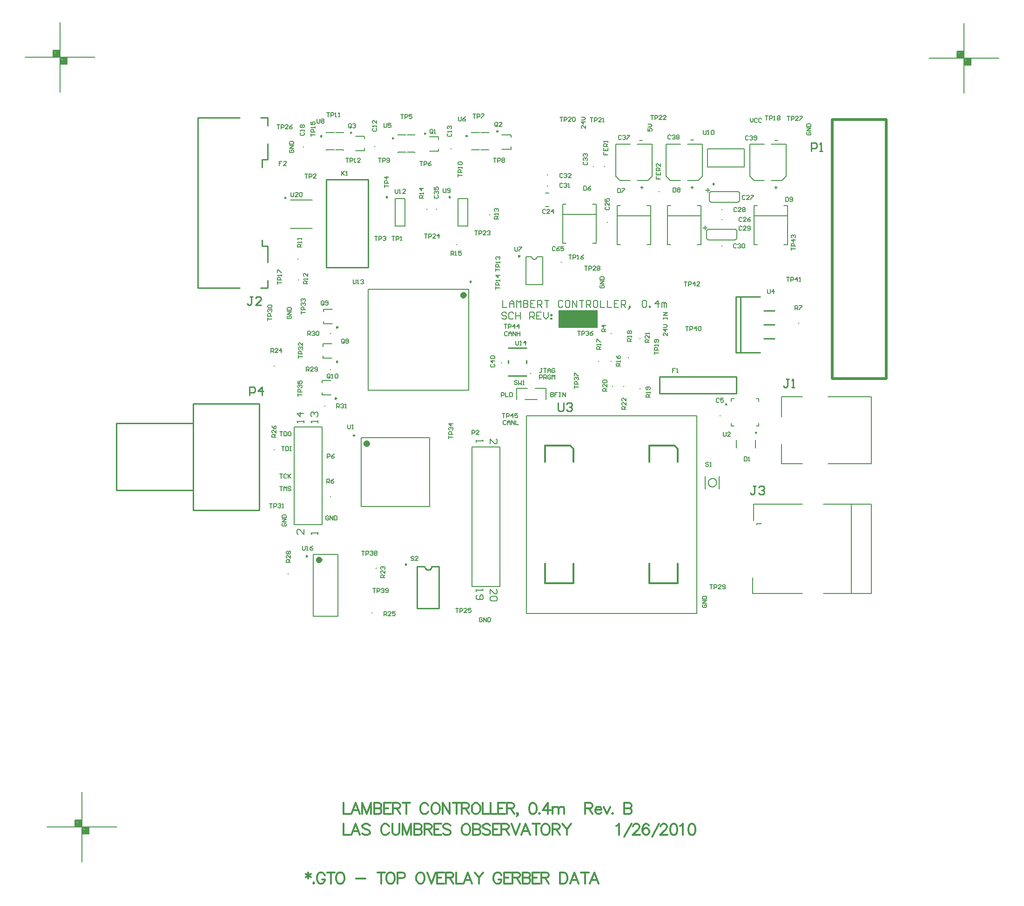
<source format=gto>
%FSLAX23Y23*%
%MOIN*%
G70*
G01*
G75*
G04 Layer_Color=65535*
%ADD10R,0.070X0.135*%
%ADD11R,0.067X0.014*%
%ADD12R,0.050X0.015*%
%ADD13R,0.039X0.059*%
%ADD14R,0.050X0.050*%
%ADD15R,0.035X0.053*%
%ADD16R,0.053X0.053*%
%ADD17R,0.050X0.050*%
%ADD18O,0.087X0.024*%
%ADD19R,0.135X0.070*%
%ADD20R,0.030X0.125*%
%ADD21R,0.078X0.048*%
%ADD22R,0.067X0.040*%
%ADD23R,0.037X0.035*%
%ADD24R,0.037X0.035*%
%ADD25R,0.065X0.012*%
%ADD26R,0.065X0.024*%
%ADD27R,0.075X0.063*%
%ADD28R,0.063X0.106*%
%ADD29R,0.150X0.110*%
%ADD30O,0.028X0.018*%
%ADD31R,0.067X0.067*%
%ADD32R,0.125X0.170*%
%ADD33R,0.110X0.030*%
%ADD34O,0.083X0.012*%
%ADD35O,0.012X0.083*%
%ADD36R,0.138X0.085*%
%ADD37R,0.043X0.085*%
%ADD38R,0.043X0.085*%
%ADD39R,0.047X0.055*%
%ADD40O,0.012X0.071*%
%ADD41O,0.071X0.012*%
%ADD42R,0.075X0.059*%
%ADD43R,0.017X0.017*%
%ADD44R,0.134X0.134*%
%ADD45O,0.010X0.035*%
%ADD46O,0.035X0.010*%
%ADD47C,0.010*%
%ADD48C,0.040*%
%ADD49C,0.075*%
%ADD50C,0.005*%
%ADD51C,0.020*%
%ADD52C,0.012*%
%ADD53C,0.008*%
%ADD54C,0.012*%
%ADD55C,0.012*%
%ADD56C,0.080*%
%ADD57R,0.080X0.080*%
%ADD58C,0.067*%
%ADD59C,0.060*%
%ADD60C,0.020*%
%ADD61C,0.059*%
%ADD62R,0.059X0.059*%
%ADD63C,0.157*%
%ADD64C,0.079*%
%ADD65C,0.087*%
%ADD66R,0.087X0.087*%
%ADD67C,0.250*%
%ADD68R,0.062X0.062*%
%ADD69C,0.062*%
%ADD70C,0.030*%
%ADD71C,0.024*%
%ADD72C,0.028*%
G04:AMPARAMS|DCode=73|XSize=100mil|YSize=100mil|CornerRadius=0mil|HoleSize=0mil|Usage=FLASHONLY|Rotation=0.000|XOffset=0mil|YOffset=0mil|HoleType=Round|Shape=Relief|Width=10mil|Gap=10mil|Entries=4|*
%AMTHD73*
7,0,0,0.100,0.080,0.010,45*
%
%ADD73THD73*%
%ADD74C,0.044*%
%ADD75C,0.059*%
%ADD76C,0.050*%
%ADD77C,0.030*%
%ADD78C,0.055*%
%ADD79C,0.111*%
%ADD80C,0.056*%
%ADD81C,0.147*%
%ADD82C,0.067*%
%ADD83C,0.140*%
%ADD84C,0.055*%
%ADD85C,0.036*%
%ADD86C,0.071*%
%ADD87C,0.130*%
%ADD88C,0.103*%
G04:AMPARAMS|DCode=89|XSize=70mil|YSize=70mil|CornerRadius=0mil|HoleSize=0mil|Usage=FLASHONLY|Rotation=0.000|XOffset=0mil|YOffset=0mil|HoleType=Round|Shape=Relief|Width=10mil|Gap=10mil|Entries=4|*
%AMTHD89*
7,0,0,0.070,0.050,0.010,45*
%
%ADD89THD89*%
%ADD90C,0.033*%
G04:AMPARAMS|DCode=91|XSize=90mil|YSize=90mil|CornerRadius=0mil|HoleSize=0mil|Usage=FLASHONLY|Rotation=0.000|XOffset=0mil|YOffset=0mil|HoleType=Round|Shape=Relief|Width=10mil|Gap=10mil|Entries=4|*
%AMTHD91*
7,0,0,0.090,0.070,0.010,45*
%
%ADD91THD91*%
G04:AMPARAMS|DCode=92|XSize=95.433mil|YSize=95.433mil|CornerRadius=0mil|HoleSize=0mil|Usage=FLASHONLY|Rotation=0.000|XOffset=0mil|YOffset=0mil|HoleType=Round|Shape=Relief|Width=10mil|Gap=10mil|Entries=4|*
%AMTHD92*
7,0,0,0.095,0.075,0.010,45*
%
%ADD92THD92*%
G04:AMPARAMS|DCode=93|XSize=150.551mil|YSize=150.551mil|CornerRadius=0mil|HoleSize=0mil|Usage=FLASHONLY|Rotation=0.000|XOffset=0mil|YOffset=0mil|HoleType=Round|Shape=Relief|Width=10mil|Gap=10mil|Entries=4|*
%AMTHD93*
7,0,0,0.151,0.131,0.010,45*
%
%ADD93THD93*%
G04:AMPARAMS|DCode=94|XSize=96.221mil|YSize=96.221mil|CornerRadius=0mil|HoleSize=0mil|Usage=FLASHONLY|Rotation=0.000|XOffset=0mil|YOffset=0mil|HoleType=Round|Shape=Relief|Width=10mil|Gap=10mil|Entries=4|*
%AMTHD94*
7,0,0,0.096,0.076,0.010,45*
%
%ADD94THD94*%
G04:AMPARAMS|DCode=95|XSize=107.244mil|YSize=107.244mil|CornerRadius=0mil|HoleSize=0mil|Usage=FLASHONLY|Rotation=0.000|XOffset=0mil|YOffset=0mil|HoleType=Round|Shape=Relief|Width=10mil|Gap=10mil|Entries=4|*
%AMTHD95*
7,0,0,0.107,0.087,0.010,45*
%
%ADD95THD95*%
G04:AMPARAMS|DCode=96|XSize=180mil|YSize=180mil|CornerRadius=0mil|HoleSize=0mil|Usage=FLASHONLY|Rotation=0.000|XOffset=0mil|YOffset=0mil|HoleType=Round|Shape=Relief|Width=10mil|Gap=10mil|Entries=4|*
%AMTHD96*
7,0,0,0.180,0.160,0.010,45*
%
%ADD96THD96*%
G04:AMPARAMS|DCode=97|XSize=95mil|YSize=95mil|CornerRadius=0mil|HoleSize=0mil|Usage=FLASHONLY|Rotation=0.000|XOffset=0mil|YOffset=0mil|HoleType=Round|Shape=Relief|Width=10mil|Gap=10mil|Entries=4|*
%AMTHD97*
7,0,0,0.095,0.075,0.010,45*
%
%ADD97THD97*%
G04:AMPARAMS|DCode=98|XSize=75.748mil|YSize=75.748mil|CornerRadius=0mil|HoleSize=0mil|Usage=FLASHONLY|Rotation=0.000|XOffset=0mil|YOffset=0mil|HoleType=Round|Shape=Relief|Width=10mil|Gap=10mil|Entries=4|*
%AMTHD98*
7,0,0,0.076,0.056,0.010,45*
%
%ADD98THD98*%
G04:AMPARAMS|DCode=99|XSize=111.181mil|YSize=111.181mil|CornerRadius=0mil|HoleSize=0mil|Usage=FLASHONLY|Rotation=0.000|XOffset=0mil|YOffset=0mil|HoleType=Round|Shape=Relief|Width=10mil|Gap=10mil|Entries=4|*
%AMTHD99*
7,0,0,0.111,0.091,0.010,45*
%
%ADD99THD99*%
G04:AMPARAMS|DCode=100|XSize=73mil|YSize=73mil|CornerRadius=0mil|HoleSize=0mil|Usage=FLASHONLY|Rotation=0.000|XOffset=0mil|YOffset=0mil|HoleType=Round|Shape=Relief|Width=10mil|Gap=10mil|Entries=4|*
%AMTHD100*
7,0,0,0.073,0.053,0.010,45*
%
%ADD100THD100*%
%ADD101O,0.091X0.028*%
%ADD102R,0.048X0.078*%
%ADD103R,0.200X0.040*%
%ADD104R,0.200X0.150*%
%ADD105R,0.106X0.150*%
%ADD106R,0.086X0.060*%
%ADD107R,0.130X0.094*%
%ADD108R,0.098X0.268*%
%ADD109R,0.035X0.037*%
%ADD110R,0.035X0.037*%
%ADD111C,0.010*%
%ADD112C,0.010*%
%ADD113C,0.007*%
%ADD114C,0.008*%
%ADD115C,0.024*%
%ADD116C,0.012*%
%ADD117C,0.012*%
%ADD118C,0.007*%
%ADD119R,0.280X0.130*%
D47*
X20982Y11808D02*
X20975Y11813D01*
Y11804D01*
X20982Y11808D01*
X21113Y11793D02*
X21115Y11784D01*
X21120Y11776D01*
X21128Y11770D01*
X21138Y11768D01*
X21147Y11770D01*
X21155Y11776D01*
X21161Y11784D01*
X21163Y11793D01*
X20407Y14565D02*
X20707D01*
Y13935D02*
Y14565D01*
X20407Y13935D02*
X20707D01*
X20407D02*
Y14565D01*
X23069Y13034D02*
X23345D01*
Y13153D01*
X22794D02*
X23345D01*
X22794Y13034D02*
Y13153D01*
Y13034D02*
X23069D01*
X23375Y13326D02*
Y13727D01*
X23542Y13626D02*
X23618D01*
X23542Y13526D02*
X23618D01*
X23542Y13426D02*
X23618D01*
X23340Y13329D02*
X23343Y13326D01*
X23515D01*
X23340D02*
Y13727D01*
X23514D01*
X23515Y13726D01*
X21842Y13251D02*
Y13271D01*
X21712Y13251D02*
Y13271D01*
Y13361D02*
X21842D01*
X21712Y13161D02*
X21842D01*
X21059Y11793D02*
X21113D01*
X21163D02*
X21216D01*
Y11493D02*
Y11793D01*
X21059Y11493D02*
X21216D01*
X21059D02*
Y11793D01*
X19489Y13788D02*
Y15008D01*
X19949Y14653D02*
Y14708D01*
Y14088D02*
Y14133D01*
X19989Y13973D02*
Y14088D01*
Y13788D02*
Y13843D01*
Y14708D02*
Y14823D01*
Y14953D02*
Y15008D01*
X19489Y13788D02*
X19789D01*
X19939D02*
X19989D01*
X19489Y15008D02*
X19789D01*
X19939D02*
X19989D01*
X19949Y14708D02*
X19989D01*
X19949Y14088D02*
X19989D01*
X19455Y12578D02*
Y12960D01*
X19927D01*
Y12602D02*
Y12960D01*
X19455Y12197D02*
X19927D01*
Y12602D01*
X18904Y12338D02*
X19455D01*
X18904D02*
Y12819D01*
X19455D01*
Y12197D02*
Y12578D01*
X19882Y13725D02*
X19862D01*
X19872D01*
Y13675D01*
X19862Y13665D01*
X19852D01*
X19842Y13675D01*
X19942Y13665D02*
X19902D01*
X19942Y13705D01*
Y13715D01*
X19932Y13725D01*
X19912D01*
X19902Y13715D01*
X19859Y13021D02*
Y13081D01*
X19889D01*
X19899Y13071D01*
Y13051D01*
X19889Y13041D01*
X19859D01*
X19949Y13021D02*
Y13081D01*
X19919Y13051D01*
X19959D01*
X23723Y13135D02*
X23703D01*
X23713D01*
Y13085D01*
X23703Y13075D01*
X23693D01*
X23683Y13085D01*
X23743Y13075D02*
X23763D01*
X23753D01*
Y13135D01*
X23743Y13125D01*
X23484Y12369D02*
X23464D01*
X23474D01*
Y12319D01*
X23464Y12309D01*
X23454D01*
X23444Y12319D01*
X23504Y12359D02*
X23514Y12369D01*
X23534D01*
X23544Y12359D01*
Y12349D01*
X23534Y12339D01*
X23524D01*
X23534D01*
X23544Y12329D01*
Y12319D01*
X23534Y12309D01*
X23514D01*
X23504Y12319D01*
X23882Y14771D02*
Y14831D01*
X23912D01*
X23922Y14821D01*
Y14801D01*
X23912Y14791D01*
X23882D01*
X23942Y14771D02*
X23962D01*
X23952D01*
Y14831D01*
X23942Y14821D01*
X22067Y12967D02*
Y12917D01*
X22077Y12907D01*
X22097D01*
X22107Y12917D01*
Y12967D01*
X22127Y12957D02*
X22137Y12967D01*
X22157D01*
X22167Y12957D01*
Y12947D01*
X22157Y12937D01*
X22147D01*
X22157D01*
X22167Y12927D01*
Y12917D01*
X22157Y12907D01*
X22137D01*
X22127Y12917D01*
D50*
X22315Y14391D02*
X22340D01*
Y14111D02*
Y14391D01*
X22315Y14111D02*
X22340D01*
X22100D02*
X22125D01*
X22100D02*
Y14391D01*
X22125D01*
X22100Y14316D02*
X22340D01*
X23685Y14381D02*
X23710D01*
Y14101D02*
Y14381D01*
X23685Y14101D02*
X23710D01*
X23470D02*
X23495D01*
X23470D02*
Y14381D01*
X23495D01*
X23470Y14306D02*
X23710D01*
X23065Y14381D02*
X23090D01*
Y14101D02*
Y14381D01*
X23065Y14101D02*
X23090D01*
X22850D02*
X22875D01*
X22850D02*
Y14381D01*
X22875D01*
X22850Y14306D02*
X23090D01*
X22705Y14381D02*
X22730D01*
Y14101D02*
Y14381D01*
X22705Y14101D02*
X22730D01*
X22490D02*
X22515D01*
X22490D02*
Y14381D01*
X22515D01*
X22490Y14306D02*
X22730D01*
X20156Y14473D02*
Y14448D01*
X20161Y14443D01*
X20171D01*
X20176Y14448D01*
Y14473D01*
X20206Y14443D02*
X20186D01*
X20206Y14463D01*
Y14468D01*
X20201Y14473D01*
X20191D01*
X20186Y14468D01*
X20216D02*
X20221Y14473D01*
X20231D01*
X20236Y14468D01*
Y14448D01*
X20231Y14443D01*
X20221D01*
X20216Y14448D01*
Y14468D01*
X21669Y12889D02*
X21689D01*
X21679D01*
Y12859D01*
X21699D02*
Y12889D01*
X21714D01*
X21719Y12884D01*
Y12874D01*
X21714Y12869D01*
X21699D01*
X21744Y12859D02*
Y12889D01*
X21729Y12874D01*
X21749D01*
X21779Y12889D02*
X21759D01*
Y12874D01*
X21769Y12879D01*
X21774D01*
X21779Y12874D01*
Y12864D01*
X21774Y12859D01*
X21764D01*
X21759Y12864D01*
X21683Y13528D02*
X21703D01*
X21693D01*
Y13498D01*
X21713D02*
Y13528D01*
X21728D01*
X21733Y13523D01*
Y13513D01*
X21728Y13508D01*
X21713D01*
X21758Y13498D02*
Y13528D01*
X21743Y13513D01*
X21763D01*
X21788Y13498D02*
Y13528D01*
X21773Y13513D01*
X21793D01*
X21775Y13122D02*
X21770Y13127D01*
X21760D01*
X21755Y13122D01*
Y13117D01*
X21760Y13112D01*
X21770D01*
X21775Y13107D01*
Y13102D01*
X21770Y13097D01*
X21760D01*
X21755Y13102D01*
X21785Y13127D02*
Y13097D01*
X21795Y13107D01*
X21805Y13097D01*
Y13127D01*
X21815Y13097D02*
X21825D01*
X21820D01*
Y13127D01*
X21815Y13122D01*
X23223Y12994D02*
X23218Y12999D01*
X23208D01*
X23203Y12994D01*
Y12974D01*
X23208Y12969D01*
X23218D01*
X23223Y12974D01*
X23253Y12999D02*
X23233D01*
Y12984D01*
X23243Y12989D01*
X23248D01*
X23253Y12984D01*
Y12974D01*
X23248Y12969D01*
X23238D01*
X23233Y12974D01*
X20744Y14933D02*
X20739Y14928D01*
Y14918D01*
X20744Y14913D01*
X20764D01*
X20769Y14918D01*
Y14928D01*
X20764Y14933D01*
X20769Y14943D02*
Y14953D01*
Y14948D01*
X20739D01*
X20744Y14943D01*
X20769Y14988D02*
Y14968D01*
X20749Y14988D01*
X20744D01*
X20739Y14983D01*
Y14973D01*
X20744Y14968D01*
X21280Y14895D02*
X21275Y14890D01*
Y14880D01*
X21280Y14875D01*
X21300D01*
X21305Y14880D01*
Y14890D01*
X21300Y14895D01*
X21305Y14905D02*
Y14915D01*
Y14910D01*
X21275D01*
X21280Y14905D01*
Y14930D02*
X21275Y14935D01*
Y14945D01*
X21280Y14950D01*
X21285D01*
X21290Y14945D01*
Y14940D01*
Y14945D01*
X21295Y14950D01*
X21300D01*
X21305Y14945D01*
Y14935D01*
X21300Y14930D01*
X20225Y14903D02*
X20220Y14898D01*
Y14888D01*
X20225Y14883D01*
X20245D01*
X20250Y14888D01*
Y14898D01*
X20245Y14903D01*
X20250Y14913D02*
Y14923D01*
Y14918D01*
X20220D01*
X20225Y14913D01*
Y14938D02*
X20220Y14943D01*
Y14953D01*
X20225Y14958D01*
X20230D01*
X20235Y14953D01*
X20240Y14958D01*
X20245D01*
X20250Y14953D01*
Y14943D01*
X20245Y14938D01*
X20240D01*
X20235Y14943D01*
X20230Y14938D01*
X20225D01*
X20235Y14943D02*
Y14953D01*
X21979Y14347D02*
X21974Y14352D01*
X21964D01*
X21959Y14347D01*
Y14327D01*
X21964Y14322D01*
X21974D01*
X21979Y14327D01*
X22009Y14322D02*
X21989D01*
X22009Y14342D01*
Y14347D01*
X22004Y14352D01*
X21994D01*
X21989Y14347D01*
X22034Y14322D02*
Y14352D01*
X22019Y14337D01*
X22039D01*
X22410Y14371D02*
X22405Y14366D01*
Y14356D01*
X22410Y14351D01*
X22430D01*
X22435Y14356D01*
Y14366D01*
X22430Y14371D01*
X22435Y14401D02*
Y14381D01*
X22415Y14401D01*
X22410D01*
X22405Y14396D01*
Y14386D01*
X22410Y14381D01*
X22405Y14431D02*
Y14411D01*
X22420D01*
X22415Y14421D01*
Y14426D01*
X22420Y14431D01*
X22430D01*
X22435Y14426D01*
Y14416D01*
X22430Y14411D01*
X23385Y14291D02*
X23380Y14296D01*
X23370D01*
X23365Y14291D01*
Y14271D01*
X23370Y14266D01*
X23380D01*
X23385Y14271D01*
X23415Y14266D02*
X23395D01*
X23415Y14286D01*
Y14291D01*
X23410Y14296D01*
X23400D01*
X23395Y14291D01*
X23445Y14296D02*
X23435Y14291D01*
X23425Y14281D01*
Y14271D01*
X23430Y14266D01*
X23440D01*
X23445Y14271D01*
Y14276D01*
X23440Y14281D01*
X23425D01*
X23408Y14448D02*
X23403Y14453D01*
X23393D01*
X23388Y14448D01*
Y14428D01*
X23393Y14423D01*
X23403D01*
X23408Y14428D01*
X23438Y14423D02*
X23418D01*
X23438Y14443D01*
Y14448D01*
X23433Y14453D01*
X23423D01*
X23418Y14448D01*
X23448Y14453D02*
X23468D01*
Y14448D01*
X23448Y14428D01*
Y14423D01*
X23347Y14360D02*
X23342Y14365D01*
X23332D01*
X23327Y14360D01*
Y14340D01*
X23332Y14335D01*
X23342D01*
X23347Y14340D01*
X23377Y14335D02*
X23357D01*
X23377Y14355D01*
Y14360D01*
X23372Y14365D01*
X23362D01*
X23357Y14360D01*
X23387D02*
X23392Y14365D01*
X23402D01*
X23407Y14360D01*
Y14355D01*
X23402Y14350D01*
X23407Y14345D01*
Y14340D01*
X23402Y14335D01*
X23392D01*
X23387Y14340D01*
Y14345D01*
X23392Y14350D01*
X23387Y14355D01*
Y14360D01*
X23392Y14350D02*
X23402D01*
X23384Y14227D02*
X23379Y14232D01*
X23369D01*
X23364Y14227D01*
Y14207D01*
X23369Y14202D01*
X23379D01*
X23384Y14207D01*
X23414Y14202D02*
X23394D01*
X23414Y14222D01*
Y14227D01*
X23409Y14232D01*
X23399D01*
X23394Y14227D01*
X23424Y14207D02*
X23429Y14202D01*
X23439D01*
X23444Y14207D01*
Y14227D01*
X23439Y14232D01*
X23429D01*
X23424Y14227D01*
Y14222D01*
X23429Y14217D01*
X23444D01*
X23346Y14100D02*
X23341Y14105D01*
X23331D01*
X23326Y14100D01*
Y14080D01*
X23331Y14075D01*
X23341D01*
X23346Y14080D01*
X23356Y14100D02*
X23361Y14105D01*
X23371D01*
X23376Y14100D01*
Y14095D01*
X23371Y14090D01*
X23366D01*
X23371D01*
X23376Y14085D01*
Y14080D01*
X23371Y14075D01*
X23361D01*
X23356Y14080D01*
X23386Y14100D02*
X23391Y14105D01*
X23401D01*
X23406Y14100D01*
Y14080D01*
X23401Y14075D01*
X23391D01*
X23386Y14080D01*
Y14100D01*
X22100Y14536D02*
X22095Y14541D01*
X22085D01*
X22080Y14536D01*
Y14516D01*
X22085Y14511D01*
X22095D01*
X22100Y14516D01*
X22110Y14536D02*
X22115Y14541D01*
X22125D01*
X22130Y14536D01*
Y14531D01*
X22125Y14526D01*
X22120D01*
X22125D01*
X22130Y14521D01*
Y14516D01*
X22125Y14511D01*
X22115D01*
X22110Y14516D01*
X22140Y14511D02*
X22150D01*
X22145D01*
Y14541D01*
X22140Y14536D01*
X22100Y14606D02*
X22095Y14611D01*
X22085D01*
X22080Y14606D01*
Y14586D01*
X22085Y14581D01*
X22095D01*
X22100Y14586D01*
X22110Y14606D02*
X22115Y14611D01*
X22125D01*
X22130Y14606D01*
Y14601D01*
X22125Y14596D01*
X22120D01*
X22125D01*
X22130Y14591D01*
Y14586D01*
X22125Y14581D01*
X22115D01*
X22110Y14586D01*
X22160Y14581D02*
X22140D01*
X22160Y14601D01*
Y14606D01*
X22155Y14611D01*
X22145D01*
X22140Y14606D01*
X22254Y14692D02*
X22249Y14687D01*
Y14677D01*
X22254Y14672D01*
X22274D01*
X22279Y14677D01*
Y14687D01*
X22274Y14692D01*
X22254Y14702D02*
X22249Y14707D01*
Y14717D01*
X22254Y14722D01*
X22259D01*
X22264Y14717D01*
Y14712D01*
Y14717D01*
X22269Y14722D01*
X22274D01*
X22279Y14717D01*
Y14707D01*
X22274Y14702D01*
X22254Y14732D02*
X22249Y14737D01*
Y14747D01*
X22254Y14752D01*
X22259D01*
X22264Y14747D01*
Y14742D01*
Y14747D01*
X22269Y14752D01*
X22274D01*
X22279Y14747D01*
Y14737D01*
X22274Y14732D01*
X21186Y14452D02*
X21181Y14447D01*
Y14437D01*
X21186Y14432D01*
X21206D01*
X21211Y14437D01*
Y14447D01*
X21206Y14452D01*
X21186Y14462D02*
X21181Y14467D01*
Y14477D01*
X21186Y14482D01*
X21191D01*
X21196Y14477D01*
Y14472D01*
Y14477D01*
X21201Y14482D01*
X21206D01*
X21211Y14477D01*
Y14467D01*
X21206Y14462D01*
X21181Y14512D02*
Y14492D01*
X21196D01*
X21191Y14502D01*
Y14507D01*
X21196Y14512D01*
X21206D01*
X21211Y14507D01*
Y14497D01*
X21206Y14492D01*
X22520Y14878D02*
X22515Y14883D01*
X22505D01*
X22500Y14878D01*
Y14858D01*
X22505Y14853D01*
X22515D01*
X22520Y14858D01*
X22530Y14878D02*
X22535Y14883D01*
X22545D01*
X22550Y14878D01*
Y14873D01*
X22545Y14868D01*
X22540D01*
X22545D01*
X22550Y14863D01*
Y14858D01*
X22545Y14853D01*
X22535D01*
X22530Y14858D01*
X22560Y14883D02*
X22580D01*
Y14878D01*
X22560Y14858D01*
Y14853D01*
X22875Y14881D02*
X22870Y14886D01*
X22860D01*
X22855Y14881D01*
Y14861D01*
X22860Y14856D01*
X22870D01*
X22875Y14861D01*
X22885Y14881D02*
X22890Y14886D01*
X22900D01*
X22905Y14881D01*
Y14876D01*
X22900Y14871D01*
X22895D01*
X22900D01*
X22905Y14866D01*
Y14861D01*
X22900Y14856D01*
X22890D01*
X22885Y14861D01*
X22915Y14881D02*
X22920Y14886D01*
X22930D01*
X22935Y14881D01*
Y14876D01*
X22930Y14871D01*
X22935Y14866D01*
Y14861D01*
X22930Y14856D01*
X22920D01*
X22915Y14861D01*
Y14866D01*
X22920Y14871D01*
X22915Y14876D01*
Y14881D01*
X22920Y14871D02*
X22930D01*
X23430Y14876D02*
X23425Y14881D01*
X23415D01*
X23410Y14876D01*
Y14856D01*
X23415Y14851D01*
X23425D01*
X23430Y14856D01*
X23440Y14876D02*
X23445Y14881D01*
X23455D01*
X23460Y14876D01*
Y14871D01*
X23455Y14866D01*
X23450D01*
X23455D01*
X23460Y14861D01*
Y14856D01*
X23455Y14851D01*
X23445D01*
X23440Y14856D01*
X23470D02*
X23475Y14851D01*
X23485D01*
X23490Y14856D01*
Y14876D01*
X23485Y14881D01*
X23475D01*
X23470Y14876D01*
Y14871D01*
X23475Y14866D01*
X23490D01*
X21589Y13242D02*
X21584Y13237D01*
Y13227D01*
X21589Y13222D01*
X21609D01*
X21614Y13227D01*
Y13237D01*
X21609Y13242D01*
X21614Y13267D02*
X21584D01*
X21599Y13252D01*
Y13272D01*
X21589Y13282D02*
X21584Y13287D01*
Y13297D01*
X21589Y13302D01*
X21609D01*
X21614Y13297D01*
Y13287D01*
X21609Y13282D01*
X21589D01*
X23401Y12578D02*
Y12548D01*
X23416D01*
X23421Y12553D01*
Y12573D01*
X23416Y12578D01*
X23401D01*
X23431Y12548D02*
X23441D01*
X23436D01*
Y12578D01*
X23431Y12573D01*
X22253Y14518D02*
Y14488D01*
X22268D01*
X22273Y14493D01*
Y14513D01*
X22268Y14518D01*
X22253D01*
X22303D02*
X22293Y14513D01*
X22283Y14503D01*
Y14493D01*
X22288Y14488D01*
X22298D01*
X22303Y14493D01*
Y14498D01*
X22298Y14503D01*
X22283D01*
X22496Y14502D02*
Y14472D01*
X22511D01*
X22516Y14477D01*
Y14497D01*
X22511Y14502D01*
X22496D01*
X22526D02*
X22546D01*
Y14497D01*
X22526Y14477D01*
Y14472D01*
X22893Y14507D02*
Y14477D01*
X22908D01*
X22913Y14482D01*
Y14502D01*
X22908Y14507D01*
X22893D01*
X22923Y14502D02*
X22928Y14507D01*
X22938D01*
X22943Y14502D01*
Y14497D01*
X22938Y14492D01*
X22943Y14487D01*
Y14482D01*
X22938Y14477D01*
X22928D01*
X22923Y14482D01*
Y14487D01*
X22928Y14492D01*
X22923Y14497D01*
Y14502D01*
X22928Y14492D02*
X22938D01*
X23698Y14439D02*
Y14409D01*
X23713D01*
X23718Y14414D01*
Y14434D01*
X23713Y14439D01*
X23698D01*
X23728Y14414D02*
X23733Y14409D01*
X23743D01*
X23748Y14414D01*
Y14434D01*
X23743Y14439D01*
X23733D01*
X23728Y14434D01*
Y14429D01*
X23733Y14424D01*
X23748D01*
X22907Y13214D02*
X22887D01*
Y13199D01*
X22897D01*
X22887D01*
Y13184D01*
X22917D02*
X22927D01*
X22922D01*
Y13214D01*
X22917Y13209D01*
X20093Y14697D02*
X20073D01*
Y14682D01*
X20083D01*
X20073D01*
Y14667D01*
X20123D02*
X20103D01*
X20123Y14687D01*
Y14692D01*
X20118Y14697D01*
X20108D01*
X20103Y14692D01*
X22394Y14764D02*
Y14744D01*
X22409D01*
Y14754D01*
Y14744D01*
X22424D01*
X22394Y14794D02*
Y14774D01*
X22424D01*
Y14794D01*
X22409Y14774D02*
Y14784D01*
X22424Y14804D02*
X22394D01*
Y14819D01*
X22399Y14824D01*
X22409D01*
X22414Y14819D01*
Y14804D01*
Y14814D02*
X22424Y14824D01*
Y14834D02*
Y14844D01*
Y14839D01*
X22394D01*
X22399Y14834D01*
X22770Y14591D02*
Y14571D01*
X22785D01*
Y14581D01*
Y14571D01*
X22800D01*
X22770Y14621D02*
Y14601D01*
X22800D01*
Y14621D01*
X22785Y14601D02*
Y14611D01*
X22800Y14631D02*
X22770D01*
Y14646D01*
X22775Y14651D01*
X22785D01*
X22790Y14646D01*
Y14631D01*
Y14641D02*
X22800Y14651D01*
Y14681D02*
Y14661D01*
X22780Y14681D01*
X22775D01*
X22770Y14676D01*
Y14666D01*
X22775Y14661D01*
X20519Y14625D02*
Y14595D01*
Y14605D01*
X20539Y14625D01*
X20524Y14610D01*
X20539Y14595D01*
X20549D02*
X20559D01*
X20554D01*
Y14625D01*
X20549Y14620D01*
X21453Y12739D02*
Y12769D01*
X21468D01*
X21473Y12764D01*
Y12754D01*
X21468Y12749D01*
X21453D01*
X21503Y12739D02*
X21483D01*
X21503Y12759D01*
Y12764D01*
X21498Y12769D01*
X21488D01*
X21483Y12764D01*
X20414Y12568D02*
Y12598D01*
X20429D01*
X20434Y12593D01*
Y12583D01*
X20429Y12578D01*
X20414D01*
X20464Y12598D02*
X20454Y12593D01*
X20444Y12583D01*
Y12573D01*
X20449Y12568D01*
X20459D01*
X20464Y12573D01*
Y12578D01*
X20459Y12583D01*
X20444D01*
X21171Y14902D02*
Y14922D01*
X21166Y14927D01*
X21156D01*
X21151Y14922D01*
Y14902D01*
X21156Y14897D01*
X21166D01*
X21161Y14907D02*
X21171Y14897D01*
X21166D02*
X21171Y14902D01*
X21181Y14897D02*
X21191D01*
X21186D01*
Y14927D01*
X21181Y14922D01*
X21636Y14952D02*
Y14972D01*
X21631Y14977D01*
X21621D01*
X21616Y14972D01*
Y14952D01*
X21621Y14947D01*
X21631D01*
X21626Y14957D02*
X21636Y14947D01*
X21631D02*
X21636Y14952D01*
X21666Y14947D02*
X21646D01*
X21666Y14967D01*
Y14972D01*
X21661Y14977D01*
X21651D01*
X21646Y14972D01*
X20588Y14942D02*
Y14962D01*
X20583Y14967D01*
X20573D01*
X20568Y14962D01*
Y14942D01*
X20573Y14937D01*
X20583D01*
X20578Y14947D02*
X20588Y14937D01*
X20583D02*
X20588Y14942D01*
X20598Y14962D02*
X20603Y14967D01*
X20613D01*
X20618Y14962D01*
Y14957D01*
X20613Y14952D01*
X20608D01*
X20613D01*
X20618Y14947D01*
Y14942D01*
X20613Y14937D01*
X20603D01*
X20598Y14942D01*
X20537Y13399D02*
Y13419D01*
X20532Y13424D01*
X20522D01*
X20517Y13419D01*
Y13399D01*
X20522Y13394D01*
X20532D01*
X20527Y13404D02*
X20537Y13394D01*
X20532D02*
X20537Y13399D01*
X20547Y13419D02*
X20552Y13424D01*
X20562D01*
X20567Y13419D01*
Y13414D01*
X20562Y13409D01*
X20567Y13404D01*
Y13399D01*
X20562Y13394D01*
X20552D01*
X20547Y13399D01*
Y13404D01*
X20552Y13409D01*
X20547Y13414D01*
Y13419D01*
X20552Y13409D02*
X20562D01*
X20391Y13672D02*
Y13692D01*
X20386Y13697D01*
X20376D01*
X20371Y13692D01*
Y13672D01*
X20376Y13667D01*
X20386D01*
X20381Y13677D02*
X20391Y13667D01*
X20386D02*
X20391Y13672D01*
X20401D02*
X20406Y13667D01*
X20416D01*
X20421Y13672D01*
Y13692D01*
X20416Y13697D01*
X20406D01*
X20401Y13692D01*
Y13687D01*
X20406Y13682D01*
X20421D01*
X20436Y13147D02*
Y13167D01*
X20431Y13172D01*
X20421D01*
X20416Y13167D01*
Y13147D01*
X20421Y13142D01*
X20431D01*
X20426Y13152D02*
X20436Y13142D01*
X20431D02*
X20436Y13147D01*
X20446Y13142D02*
X20456D01*
X20451D01*
Y13172D01*
X20446Y13167D01*
X20471D02*
X20476Y13172D01*
X20486D01*
X20491Y13167D01*
Y13147D01*
X20486Y13142D01*
X20476D01*
X20471Y13147D01*
Y13167D01*
X22411Y13476D02*
X22381D01*
Y13491D01*
X22386Y13496D01*
X22396D01*
X22401Y13491D01*
Y13476D01*
Y13486D02*
X22411Y13496D01*
Y13521D02*
X22381D01*
X22396Y13506D01*
Y13526D01*
X20412Y12391D02*
Y12421D01*
X20427D01*
X20432Y12416D01*
Y12406D01*
X20427Y12401D01*
X20412D01*
X20422D02*
X20432Y12391D01*
X20462Y12421D02*
X20452Y12416D01*
X20442Y12406D01*
Y12396D01*
X20447Y12391D01*
X20457D01*
X20462Y12396D01*
Y12401D01*
X20457Y12406D01*
X20442D01*
X23766Y13632D02*
Y13662D01*
X23781D01*
X23786Y13657D01*
Y13647D01*
X23781Y13642D01*
X23766D01*
X23776D02*
X23786Y13632D01*
X23796Y13662D02*
X23816D01*
Y13657D01*
X23796Y13637D01*
Y13632D01*
X20231Y14082D02*
X20201D01*
Y14097D01*
X20206Y14102D01*
X20216D01*
X20221Y14097D01*
Y14082D01*
Y14092D02*
X20231Y14102D01*
Y14112D02*
Y14122D01*
Y14117D01*
X20201D01*
X20206Y14112D01*
X20231Y14137D02*
Y14147D01*
Y14142D01*
X20201D01*
X20206Y14137D01*
X20274Y13818D02*
X20244D01*
Y13833D01*
X20249Y13838D01*
X20259D01*
X20264Y13833D01*
Y13818D01*
Y13828D02*
X20274Y13838D01*
Y13848D02*
Y13858D01*
Y13853D01*
X20244D01*
X20249Y13848D01*
X20274Y13893D02*
Y13873D01*
X20254Y13893D01*
X20249D01*
X20244Y13888D01*
Y13878D01*
X20249Y13873D01*
X21642Y14284D02*
X21612D01*
Y14299D01*
X21617Y14304D01*
X21627D01*
X21632Y14299D01*
Y14284D01*
Y14294D02*
X21642Y14304D01*
Y14314D02*
Y14324D01*
Y14319D01*
X21612D01*
X21617Y14314D01*
Y14339D02*
X21612Y14344D01*
Y14354D01*
X21617Y14359D01*
X21622D01*
X21627Y14354D01*
Y14349D01*
Y14354D01*
X21632Y14359D01*
X21637D01*
X21642Y14354D01*
Y14344D01*
X21637Y14339D01*
X21105Y14432D02*
X21075D01*
Y14447D01*
X21080Y14452D01*
X21090D01*
X21095Y14447D01*
Y14432D01*
Y14442D02*
X21105Y14452D01*
Y14462D02*
Y14472D01*
Y14467D01*
X21075D01*
X21080Y14462D01*
X21105Y14502D02*
X21075D01*
X21090Y14487D01*
Y14507D01*
X21300Y14024D02*
Y14054D01*
X21315D01*
X21320Y14049D01*
Y14039D01*
X21315Y14034D01*
X21300D01*
X21310D02*
X21320Y14024D01*
X21330D02*
X21340D01*
X21335D01*
Y14054D01*
X21330Y14049D01*
X21375Y14054D02*
X21355D01*
Y14039D01*
X21365Y14044D01*
X21370D01*
X21375Y14039D01*
Y14029D01*
X21370Y14024D01*
X21360D01*
X21355Y14029D01*
X22514Y13228D02*
X22484D01*
Y13243D01*
X22489Y13248D01*
X22499D01*
X22504Y13243D01*
Y13228D01*
Y13238D02*
X22514Y13248D01*
Y13258D02*
Y13268D01*
Y13263D01*
X22484D01*
X22489Y13258D01*
X22484Y13303D02*
X22489Y13293D01*
X22499Y13283D01*
X22509D01*
X22514Y13288D01*
Y13298D01*
X22509Y13303D01*
X22504D01*
X22499Y13298D01*
Y13283D01*
X22374Y13348D02*
X22344D01*
Y13363D01*
X22349Y13368D01*
X22359D01*
X22364Y13363D01*
Y13348D01*
Y13358D02*
X22374Y13368D01*
Y13378D02*
Y13388D01*
Y13383D01*
X22344D01*
X22349Y13378D01*
X22344Y13403D02*
Y13423D01*
X22349D01*
X22369Y13403D01*
X22374D01*
X22594Y13407D02*
X22564D01*
Y13422D01*
X22569Y13427D01*
X22579D01*
X22584Y13422D01*
Y13407D01*
Y13417D02*
X22594Y13427D01*
Y13437D02*
Y13447D01*
Y13442D01*
X22564D01*
X22569Y13437D01*
Y13462D02*
X22564Y13467D01*
Y13477D01*
X22569Y13482D01*
X22574D01*
X22579Y13477D01*
X22584Y13482D01*
X22589D01*
X22594Y13477D01*
Y13467D01*
X22589Y13462D01*
X22584D01*
X22579Y13467D01*
X22574Y13462D01*
X22569D01*
X22579Y13467D02*
Y13477D01*
X22727Y13006D02*
X22697D01*
Y13021D01*
X22702Y13026D01*
X22712D01*
X22717Y13021D01*
Y13006D01*
Y13016D02*
X22727Y13026D01*
Y13036D02*
Y13046D01*
Y13041D01*
X22697D01*
X22702Y13036D01*
X22722Y13061D02*
X22727Y13066D01*
Y13076D01*
X22722Y13081D01*
X22702D01*
X22697Y13076D01*
Y13066D01*
X22702Y13061D01*
X22707D01*
X22712Y13066D01*
Y13081D01*
X22417Y13048D02*
X22387D01*
Y13063D01*
X22392Y13068D01*
X22402D01*
X22407Y13063D01*
Y13048D01*
Y13058D02*
X22417Y13068D01*
Y13098D02*
Y13078D01*
X22397Y13098D01*
X22392D01*
X22387Y13093D01*
Y13083D01*
X22392Y13078D01*
Y13108D02*
X22387Y13113D01*
Y13123D01*
X22392Y13128D01*
X22412D01*
X22417Y13123D01*
Y13113D01*
X22412Y13108D01*
X22392D01*
X22723Y13398D02*
X22693D01*
Y13413D01*
X22698Y13418D01*
X22708D01*
X22713Y13413D01*
Y13398D01*
Y13408D02*
X22723Y13418D01*
Y13448D02*
Y13428D01*
X22703Y13448D01*
X22698D01*
X22693Y13443D01*
Y13433D01*
X22698Y13428D01*
X22723Y13458D02*
Y13468D01*
Y13463D01*
X22693D01*
X22698Y13458D01*
X22554Y12918D02*
X22524D01*
Y12933D01*
X22529Y12938D01*
X22539D01*
X22544Y12933D01*
Y12918D01*
Y12928D02*
X22554Y12938D01*
Y12968D02*
Y12948D01*
X22534Y12968D01*
X22529D01*
X22524Y12963D01*
Y12953D01*
X22529Y12948D01*
X22554Y12998D02*
Y12978D01*
X22534Y12998D01*
X22529D01*
X22524Y12993D01*
Y12983D01*
X22529Y12978D01*
X20829Y11712D02*
X20799D01*
Y11727D01*
X20804Y11732D01*
X20814D01*
X20819Y11727D01*
Y11712D01*
Y11722D02*
X20829Y11732D01*
Y11762D02*
Y11742D01*
X20809Y11762D01*
X20804D01*
X20799Y11757D01*
Y11747D01*
X20804Y11742D01*
Y11772D02*
X20799Y11777D01*
Y11787D01*
X20804Y11792D01*
X20809D01*
X20814Y11787D01*
Y11782D01*
Y11787D01*
X20819Y11792D01*
X20824D01*
X20829Y11787D01*
Y11777D01*
X20824Y11772D01*
X20011Y13325D02*
Y13355D01*
X20026D01*
X20031Y13350D01*
Y13340D01*
X20026Y13335D01*
X20011D01*
X20021D02*
X20031Y13325D01*
X20061D02*
X20041D01*
X20061Y13345D01*
Y13350D01*
X20056Y13355D01*
X20046D01*
X20041Y13350D01*
X20086Y13325D02*
Y13355D01*
X20071Y13340D01*
X20091D01*
X20821Y11441D02*
Y11471D01*
X20836D01*
X20841Y11466D01*
Y11456D01*
X20836Y11451D01*
X20821D01*
X20831D02*
X20841Y11441D01*
X20871D02*
X20851D01*
X20871Y11461D01*
Y11466D01*
X20866Y11471D01*
X20856D01*
X20851Y11466D01*
X20901Y11471D02*
X20881D01*
Y11456D01*
X20891Y11461D01*
X20896D01*
X20901Y11456D01*
Y11446D01*
X20896Y11441D01*
X20886D01*
X20881Y11446D01*
X20049Y12721D02*
X20019D01*
Y12736D01*
X20024Y12741D01*
X20034D01*
X20039Y12736D01*
Y12721D01*
Y12731D02*
X20049Y12741D01*
Y12771D02*
Y12751D01*
X20029Y12771D01*
X20024D01*
X20019Y12766D01*
Y12756D01*
X20024Y12751D01*
X20019Y12801D02*
X20024Y12791D01*
X20034Y12781D01*
X20044D01*
X20049Y12786D01*
Y12796D01*
X20044Y12801D01*
X20039D01*
X20034Y12796D01*
Y12781D01*
X20153Y11823D02*
X20123D01*
Y11838D01*
X20128Y11843D01*
X20138D01*
X20143Y11838D01*
Y11823D01*
Y11833D02*
X20153Y11843D01*
Y11873D02*
Y11853D01*
X20133Y11873D01*
X20128D01*
X20123Y11868D01*
Y11858D01*
X20128Y11853D01*
Y11883D02*
X20123Y11888D01*
Y11898D01*
X20128Y11903D01*
X20133D01*
X20138Y11898D01*
X20143Y11903D01*
X20148D01*
X20153Y11898D01*
Y11888D01*
X20148Y11883D01*
X20143D01*
X20138Y11888D01*
X20133Y11883D01*
X20128D01*
X20138Y11888D02*
Y11898D01*
X20266Y13192D02*
Y13222D01*
X20281D01*
X20286Y13217D01*
Y13207D01*
X20281Y13202D01*
X20266D01*
X20276D02*
X20286Y13192D01*
X20316D02*
X20296D01*
X20316Y13212D01*
Y13217D01*
X20311Y13222D01*
X20301D01*
X20296Y13217D01*
X20326Y13197D02*
X20331Y13192D01*
X20341D01*
X20346Y13197D01*
Y13217D01*
X20341Y13222D01*
X20331D01*
X20326Y13217D01*
Y13212D01*
X20331Y13207D01*
X20346D01*
X20275Y13448D02*
Y13478D01*
X20290D01*
X20295Y13473D01*
Y13463D01*
X20290Y13458D01*
X20275D01*
X20285D02*
X20295Y13448D01*
X20305Y13473D02*
X20310Y13478D01*
X20320D01*
X20325Y13473D01*
Y13468D01*
X20320Y13463D01*
X20315D01*
X20320D01*
X20325Y13458D01*
Y13453D01*
X20320Y13448D01*
X20310D01*
X20305Y13453D01*
X20335Y13473D02*
X20340Y13478D01*
X20350D01*
X20355Y13473D01*
Y13453D01*
X20350Y13448D01*
X20340D01*
X20335Y13453D01*
Y13473D01*
X20483Y12928D02*
Y12958D01*
X20498D01*
X20503Y12953D01*
Y12943D01*
X20498Y12938D01*
X20483D01*
X20493D02*
X20503Y12928D01*
X20513Y12953D02*
X20518Y12958D01*
X20528D01*
X20533Y12953D01*
Y12948D01*
X20528Y12943D01*
X20523D01*
X20528D01*
X20533Y12938D01*
Y12933D01*
X20528Y12928D01*
X20518D01*
X20513Y12933D01*
X20543Y12928D02*
X20553D01*
X20548D01*
Y12958D01*
X20543Y12953D01*
X23145Y12536D02*
X23140Y12541D01*
X23130D01*
X23125Y12536D01*
Y12531D01*
X23130Y12526D01*
X23140D01*
X23145Y12521D01*
Y12516D01*
X23140Y12511D01*
X23130D01*
X23125Y12516D01*
X23155Y12511D02*
X23165D01*
X23160D01*
Y12541D01*
X23155Y12536D01*
X21035Y11861D02*
X21030Y11866D01*
X21020D01*
X21015Y11861D01*
Y11856D01*
X21020Y11851D01*
X21030D01*
X21035Y11846D01*
Y11841D01*
X21030Y11836D01*
X21020D01*
X21015Y11841D01*
X21065Y11836D02*
X21045D01*
X21065Y11856D01*
Y11861D01*
X21060Y11866D01*
X21050D01*
X21045Y11861D01*
X20879Y14159D02*
X20899D01*
X20889D01*
Y14129D01*
X20909D02*
Y14159D01*
X20924D01*
X20929Y14154D01*
Y14144D01*
X20924Y14139D01*
X20909D01*
X20939Y14129D02*
X20949D01*
X20944D01*
Y14159D01*
X20939Y14154D01*
X20256Y14606D02*
X20276D01*
X20266D01*
Y14576D01*
X20286D02*
Y14606D01*
X20301D01*
X20306Y14601D01*
Y14591D01*
X20301Y14586D01*
X20286D01*
X20336Y14576D02*
X20316D01*
X20336Y14596D01*
Y14601D01*
X20331Y14606D01*
X20321D01*
X20316Y14601D01*
X20754Y14161D02*
X20774D01*
X20764D01*
Y14131D01*
X20784D02*
Y14161D01*
X20799D01*
X20804Y14156D01*
Y14146D01*
X20799Y14141D01*
X20784D01*
X20814Y14156D02*
X20819Y14161D01*
X20829D01*
X20834Y14156D01*
Y14151D01*
X20829Y14146D01*
X20824D01*
X20829D01*
X20834Y14141D01*
Y14136D01*
X20829Y14131D01*
X20819D01*
X20814Y14136D01*
X20825Y14508D02*
Y14528D01*
Y14518D01*
X20855D01*
Y14538D02*
X20825D01*
Y14553D01*
X20830Y14558D01*
X20840D01*
X20845Y14553D01*
Y14538D01*
X20855Y14583D02*
X20825D01*
X20840Y14568D01*
Y14588D01*
X20941Y15034D02*
X20961D01*
X20951D01*
Y15004D01*
X20971D02*
Y15034D01*
X20986D01*
X20991Y15029D01*
Y15019D01*
X20986Y15014D01*
X20971D01*
X21021Y15034D02*
X21001D01*
Y15019D01*
X21011Y15024D01*
X21016D01*
X21021Y15019D01*
Y15009D01*
X21016Y15004D01*
X21006D01*
X21001Y15009D01*
X21078Y14696D02*
X21098D01*
X21088D01*
Y14666D01*
X21108D02*
Y14696D01*
X21123D01*
X21128Y14691D01*
Y14681D01*
X21123Y14676D01*
X21108D01*
X21158Y14696D02*
X21148Y14691D01*
X21138Y14681D01*
Y14671D01*
X21143Y14666D01*
X21153D01*
X21158Y14671D01*
Y14676D01*
X21153Y14681D01*
X21138D01*
X21459Y15036D02*
X21479D01*
X21469D01*
Y15006D01*
X21489D02*
Y15036D01*
X21504D01*
X21509Y15031D01*
Y15021D01*
X21504Y15016D01*
X21489D01*
X21519Y15036D02*
X21539D01*
Y15031D01*
X21519Y15011D01*
Y15006D01*
X21605Y14721D02*
X21625D01*
X21615D01*
Y14691D01*
X21635D02*
Y14721D01*
X21650D01*
X21655Y14716D01*
Y14706D01*
X21650Y14701D01*
X21635D01*
X21665Y14716D02*
X21670Y14721D01*
X21680D01*
X21685Y14716D01*
Y14711D01*
X21680Y14706D01*
X21685Y14701D01*
Y14696D01*
X21680Y14691D01*
X21670D01*
X21665Y14696D01*
Y14701D01*
X21670Y14706D01*
X21665Y14711D01*
Y14716D01*
X21670Y14706D02*
X21680D01*
X20781Y14718D02*
X20801D01*
X20791D01*
Y14688D01*
X20811D02*
Y14718D01*
X20826D01*
X20831Y14713D01*
Y14703D01*
X20826Y14698D01*
X20811D01*
X20841Y14693D02*
X20846Y14688D01*
X20856D01*
X20861Y14693D01*
Y14713D01*
X20856Y14718D01*
X20846D01*
X20841Y14713D01*
Y14708D01*
X20846Y14703D01*
X20861D01*
X21353Y14587D02*
Y14607D01*
Y14597D01*
X21383D01*
Y14617D02*
X21353D01*
Y14632D01*
X21358Y14637D01*
X21368D01*
X21373Y14632D01*
Y14617D01*
X21383Y14647D02*
Y14657D01*
Y14652D01*
X21353D01*
X21358Y14647D01*
Y14672D02*
X21353Y14677D01*
Y14687D01*
X21358Y14692D01*
X21378D01*
X21383Y14687D01*
Y14677D01*
X21378Y14672D01*
X21358D01*
X20410Y15045D02*
X20430D01*
X20420D01*
Y15015D01*
X20440D02*
Y15045D01*
X20455D01*
X20460Y15040D01*
Y15030D01*
X20455Y15025D01*
X20440D01*
X20470Y15015D02*
X20480D01*
X20475D01*
Y15045D01*
X20470Y15040D01*
X20495Y15015D02*
X20505D01*
X20500D01*
Y15045D01*
X20495Y15040D01*
X20547Y14719D02*
X20567D01*
X20557D01*
Y14689D01*
X20577D02*
Y14719D01*
X20592D01*
X20597Y14714D01*
Y14704D01*
X20592Y14699D01*
X20577D01*
X20607Y14689D02*
X20617D01*
X20612D01*
Y14719D01*
X20607Y14714D01*
X20652Y14689D02*
X20632D01*
X20652Y14709D01*
Y14714D01*
X20647Y14719D01*
X20637D01*
X20632Y14714D01*
X21623Y13908D02*
Y13928D01*
Y13918D01*
X21653D01*
Y13938D02*
X21623D01*
Y13953D01*
X21628Y13958D01*
X21638D01*
X21643Y13953D01*
Y13938D01*
X21653Y13968D02*
Y13978D01*
Y13973D01*
X21623D01*
X21628Y13968D01*
Y13993D02*
X21623Y13998D01*
Y14008D01*
X21628Y14013D01*
X21633D01*
X21638Y14008D01*
Y14003D01*
Y14008D01*
X21643Y14013D01*
X21648D01*
X21653Y14008D01*
Y13998D01*
X21648Y13993D01*
X21623Y13778D02*
Y13798D01*
Y13788D01*
X21653D01*
Y13808D02*
X21623D01*
Y13823D01*
X21628Y13828D01*
X21638D01*
X21643Y13823D01*
Y13808D01*
X21653Y13838D02*
Y13848D01*
Y13843D01*
X21623D01*
X21628Y13838D01*
X21653Y13878D02*
X21623D01*
X21638Y13863D01*
Y13883D01*
X20297Y14876D02*
Y14896D01*
Y14886D01*
X20327D01*
Y14906D02*
X20297D01*
Y14921D01*
X20302Y14926D01*
X20312D01*
X20317Y14921D01*
Y14906D01*
X20327Y14936D02*
Y14946D01*
Y14941D01*
X20297D01*
X20302Y14936D01*
X20297Y14981D02*
Y14961D01*
X20312D01*
X20307Y14971D01*
Y14976D01*
X20312Y14981D01*
X20322D01*
X20327Y14976D01*
Y14966D01*
X20322Y14961D01*
X22146Y14025D02*
X22166D01*
X22156D01*
Y13995D01*
X22176D02*
Y14025D01*
X22191D01*
X22196Y14020D01*
Y14010D01*
X22191Y14005D01*
X22176D01*
X22206Y13995D02*
X22216D01*
X22211D01*
Y14025D01*
X22206Y14020D01*
X22251Y14025D02*
X22241Y14020D01*
X22231Y14010D01*
Y14000D01*
X22236Y13995D01*
X22246D01*
X22251Y14000D01*
Y14005D01*
X22246Y14010D01*
X22231D01*
X20059Y13815D02*
Y13835D01*
Y13825D01*
X20089D01*
Y13845D02*
X20059D01*
Y13860D01*
X20064Y13865D01*
X20074D01*
X20079Y13860D01*
Y13845D01*
X20089Y13875D02*
Y13885D01*
Y13880D01*
X20059D01*
X20064Y13875D01*
X20059Y13900D02*
Y13920D01*
X20064D01*
X20084Y13900D01*
X20089D01*
X23552Y15022D02*
X23572D01*
X23562D01*
Y14992D01*
X23582D02*
Y15022D01*
X23597D01*
X23602Y15017D01*
Y15007D01*
X23597Y15002D01*
X23582D01*
X23612Y14992D02*
X23622D01*
X23617D01*
Y15022D01*
X23612Y15017D01*
X23637D02*
X23642Y15022D01*
X23652D01*
X23657Y15017D01*
Y15012D01*
X23652Y15007D01*
X23657Y15002D01*
Y14997D01*
X23652Y14992D01*
X23642D01*
X23637Y14997D01*
Y15002D01*
X23642Y15007D01*
X23637Y15012D01*
Y15017D01*
X23642Y15007D02*
X23652D01*
X22757Y13314D02*
Y13334D01*
Y13324D01*
X22787D01*
Y13344D02*
X22757D01*
Y13359D01*
X22762Y13364D01*
X22772D01*
X22777Y13359D01*
Y13344D01*
X22787Y13374D02*
Y13384D01*
Y13379D01*
X22757D01*
X22762Y13374D01*
X22782Y13399D02*
X22787Y13404D01*
Y13414D01*
X22782Y13419D01*
X22762D01*
X22757Y13414D01*
Y13404D01*
X22762Y13399D01*
X22767D01*
X22772Y13404D01*
Y13419D01*
X22080Y15013D02*
X22100D01*
X22090D01*
Y14983D01*
X22110D02*
Y15013D01*
X22125D01*
X22130Y15008D01*
Y14998D01*
X22125Y14993D01*
X22110D01*
X22160Y14983D02*
X22140D01*
X22160Y15003D01*
Y15008D01*
X22155Y15013D01*
X22145D01*
X22140Y15008D01*
X22170D02*
X22175Y15013D01*
X22185D01*
X22190Y15008D01*
Y14988D01*
X22185Y14983D01*
X22175D01*
X22170Y14988D01*
Y15008D01*
X22298Y15010D02*
X22318D01*
X22308D01*
Y14980D01*
X22328D02*
Y15010D01*
X22343D01*
X22348Y15005D01*
Y14995D01*
X22343Y14990D01*
X22328D01*
X22378Y14980D02*
X22358D01*
X22378Y15000D01*
Y15005D01*
X22373Y15010D01*
X22363D01*
X22358Y15005D01*
X22388Y14980D02*
X22398D01*
X22393D01*
Y15010D01*
X22388Y15005D01*
X22731Y15026D02*
X22751D01*
X22741D01*
Y14996D01*
X22761D02*
Y15026D01*
X22776D01*
X22781Y15021D01*
Y15011D01*
X22776Y15006D01*
X22761D01*
X22811Y14996D02*
X22791D01*
X22811Y15016D01*
Y15021D01*
X22806Y15026D01*
X22796D01*
X22791Y15021D01*
X22841Y14996D02*
X22821D01*
X22841Y15016D01*
Y15021D01*
X22836Y15026D01*
X22826D01*
X22821Y15021D01*
X21471Y14199D02*
X21491D01*
X21481D01*
Y14169D01*
X21501D02*
Y14199D01*
X21516D01*
X21521Y14194D01*
Y14184D01*
X21516Y14179D01*
X21501D01*
X21551Y14169D02*
X21531D01*
X21551Y14189D01*
Y14194D01*
X21546Y14199D01*
X21536D01*
X21531Y14194D01*
X21561D02*
X21566Y14199D01*
X21576D01*
X21580Y14194D01*
Y14189D01*
X21576Y14184D01*
X21571D01*
X21576D01*
X21580Y14179D01*
Y14174D01*
X21576Y14169D01*
X21566D01*
X21561Y14174D01*
X21111Y14177D02*
X21131D01*
X21121D01*
Y14147D01*
X21141D02*
Y14177D01*
X21156D01*
X21161Y14172D01*
Y14162D01*
X21156Y14157D01*
X21141D01*
X21191Y14147D02*
X21171D01*
X21191Y14167D01*
Y14172D01*
X21186Y14177D01*
X21176D01*
X21171Y14172D01*
X21216Y14147D02*
Y14177D01*
X21201Y14162D01*
X21221D01*
X21334Y11493D02*
X21354D01*
X21344D01*
Y11463D01*
X21364D02*
Y11493D01*
X21379D01*
X21384Y11488D01*
Y11478D01*
X21379Y11473D01*
X21364D01*
X21414Y11463D02*
X21394D01*
X21414Y11483D01*
Y11488D01*
X21409Y11493D01*
X21399D01*
X21394Y11488D01*
X21444Y11493D02*
X21424D01*
Y11478D01*
X21434Y11483D01*
X21439D01*
X21444Y11478D01*
Y11468D01*
X21439Y11463D01*
X21429D01*
X21424Y11468D01*
X20054Y14958D02*
X20074D01*
X20064D01*
Y14928D01*
X20084D02*
Y14958D01*
X20099D01*
X20104Y14953D01*
Y14943D01*
X20099Y14938D01*
X20084D01*
X20134Y14928D02*
X20114D01*
X20134Y14948D01*
Y14953D01*
X20129Y14958D01*
X20119D01*
X20114Y14953D01*
X20164Y14958D02*
X20154Y14953D01*
X20144Y14943D01*
Y14933D01*
X20149Y14928D01*
X20159D01*
X20164Y14933D01*
Y14938D01*
X20159Y14943D01*
X20144D01*
X23708Y15019D02*
X23728D01*
X23718D01*
Y14989D01*
X23738D02*
Y15019D01*
X23753D01*
X23758Y15014D01*
Y15004D01*
X23753Y14999D01*
X23738D01*
X23788Y14989D02*
X23768D01*
X23788Y15009D01*
Y15014D01*
X23783Y15019D01*
X23773D01*
X23768Y15014D01*
X23798Y15019D02*
X23818D01*
Y15014D01*
X23798Y14994D01*
Y14989D01*
X22257Y13945D02*
X22277D01*
X22267D01*
Y13915D01*
X22287D02*
Y13945D01*
X22302D01*
X22307Y13940D01*
Y13930D01*
X22302Y13925D01*
X22287D01*
X22337Y13915D02*
X22317D01*
X22337Y13935D01*
Y13940D01*
X22332Y13945D01*
X22322D01*
X22317Y13940D01*
X22347D02*
X22352Y13945D01*
X22362D01*
X22367Y13940D01*
Y13935D01*
X22362Y13930D01*
X22367Y13925D01*
Y13920D01*
X22362Y13915D01*
X22352D01*
X22347Y13920D01*
Y13925D01*
X22352Y13930D01*
X22347Y13935D01*
Y13940D01*
X22352Y13930D02*
X22362D01*
X23156Y11662D02*
X23175D01*
X23165D01*
Y11632D01*
X23185D02*
Y11662D01*
X23200D01*
X23205Y11657D01*
Y11647D01*
X23200Y11642D01*
X23185D01*
X23235Y11632D02*
X23215D01*
X23235Y11652D01*
Y11657D01*
X23230Y11662D01*
X23220D01*
X23215Y11657D01*
X23245Y11637D02*
X23250Y11632D01*
X23260D01*
X23265Y11637D01*
Y11657D01*
X23260Y11662D01*
X23250D01*
X23245Y11657D01*
Y11652D01*
X23250Y11647D01*
X23265D01*
X19989Y13557D02*
Y13577D01*
Y13567D01*
X20019D01*
Y13587D02*
X19989D01*
Y13602D01*
X19994Y13607D01*
X20004D01*
X20009Y13602D01*
Y13587D01*
X19994Y13617D02*
X19989Y13622D01*
Y13632D01*
X19994Y13637D01*
X19999D01*
X20004Y13632D01*
Y13627D01*
Y13632D01*
X20009Y13637D01*
X20014D01*
X20019Y13632D01*
Y13622D01*
X20014Y13617D01*
X19994Y13647D02*
X19989Y13652D01*
Y13662D01*
X19994Y13667D01*
X20014D01*
X20019Y13662D01*
Y13652D01*
X20014Y13647D01*
X19994D01*
X20003Y12244D02*
X20023D01*
X20013D01*
Y12214D01*
X20033D02*
Y12244D01*
X20048D01*
X20053Y12239D01*
Y12229D01*
X20048Y12224D01*
X20033D01*
X20063Y12239D02*
X20068Y12244D01*
X20078D01*
X20083Y12239D01*
Y12234D01*
X20078Y12229D01*
X20073D01*
X20078D01*
X20083Y12224D01*
Y12219D01*
X20078Y12214D01*
X20068D01*
X20063Y12219D01*
X20093Y12214D02*
X20103D01*
X20098D01*
Y12244D01*
X20093Y12239D01*
X20209Y13287D02*
Y13307D01*
Y13297D01*
X20239D01*
Y13317D02*
X20209D01*
Y13332D01*
X20214Y13337D01*
X20224D01*
X20229Y13332D01*
Y13317D01*
X20214Y13347D02*
X20209Y13352D01*
Y13362D01*
X20214Y13367D01*
X20219D01*
X20224Y13362D01*
Y13357D01*
Y13362D01*
X20229Y13367D01*
X20234D01*
X20239Y13362D01*
Y13352D01*
X20234Y13347D01*
X20239Y13397D02*
Y13377D01*
X20219Y13397D01*
X20214D01*
X20209Y13392D01*
Y13382D01*
X20214Y13377D01*
X20227Y13602D02*
Y13622D01*
Y13612D01*
X20257D01*
Y13632D02*
X20227D01*
Y13647D01*
X20232Y13652D01*
X20242D01*
X20247Y13647D01*
Y13632D01*
X20232Y13662D02*
X20227Y13667D01*
Y13677D01*
X20232Y13682D01*
X20237D01*
X20242Y13677D01*
Y13672D01*
Y13677D01*
X20247Y13682D01*
X20252D01*
X20257Y13677D01*
Y13667D01*
X20252Y13662D01*
X20232Y13692D02*
X20227Y13697D01*
Y13707D01*
X20232Y13712D01*
X20237D01*
X20242Y13707D01*
Y13702D01*
Y13707D01*
X20247Y13712D01*
X20252D01*
X20257Y13707D01*
Y13697D01*
X20252Y13692D01*
X21285Y12710D02*
Y12730D01*
Y12720D01*
X21315D01*
Y12740D02*
X21285D01*
Y12755D01*
X21290Y12760D01*
X21300D01*
X21305Y12755D01*
Y12740D01*
X21290Y12770D02*
X21285Y12775D01*
Y12785D01*
X21290Y12790D01*
X21295D01*
X21300Y12785D01*
Y12780D01*
Y12785D01*
X21305Y12790D01*
X21310D01*
X21315Y12785D01*
Y12775D01*
X21310Y12770D01*
X21315Y12815D02*
X21285D01*
X21300Y12800D01*
Y12820D01*
X20204Y13013D02*
Y13033D01*
Y13023D01*
X20234D01*
Y13043D02*
X20204D01*
Y13058D01*
X20209Y13063D01*
X20219D01*
X20224Y13058D01*
Y13043D01*
X20209Y13073D02*
X20204Y13078D01*
Y13088D01*
X20209Y13093D01*
X20214D01*
X20219Y13088D01*
Y13083D01*
Y13088D01*
X20224Y13093D01*
X20229D01*
X20234Y13088D01*
Y13078D01*
X20229Y13073D01*
X20204Y13123D02*
Y13103D01*
X20219D01*
X20214Y13113D01*
Y13118D01*
X20219Y13123D01*
X20229D01*
X20234Y13118D01*
Y13108D01*
X20229Y13103D01*
X22207Y13480D02*
X22227D01*
X22217D01*
Y13450D01*
X22237D02*
Y13480D01*
X22252D01*
X22257Y13475D01*
Y13465D01*
X22252Y13460D01*
X22237D01*
X22267Y13475D02*
X22272Y13480D01*
X22282D01*
X22287Y13475D01*
Y13470D01*
X22282Y13465D01*
X22277D01*
X22282D01*
X22287Y13460D01*
Y13455D01*
X22282Y13450D01*
X22272D01*
X22267Y13455D01*
X22317Y13480D02*
X22307Y13475D01*
X22297Y13465D01*
Y13455D01*
X22302Y13450D01*
X22312D01*
X22317Y13455D01*
Y13460D01*
X22312Y13465D01*
X22297D01*
X22184Y13069D02*
Y13089D01*
Y13079D01*
X22214D01*
Y13099D02*
X22184D01*
Y13114D01*
X22189Y13119D01*
X22199D01*
X22204Y13114D01*
Y13099D01*
X22189Y13129D02*
X22184Y13134D01*
Y13144D01*
X22189Y13149D01*
X22194D01*
X22199Y13144D01*
Y13139D01*
Y13144D01*
X22204Y13149D01*
X22209D01*
X22214Y13144D01*
Y13134D01*
X22209Y13129D01*
X22184Y13159D02*
Y13179D01*
X22189D01*
X22209Y13159D01*
X22214D01*
X20662Y11903D02*
X20682D01*
X20672D01*
Y11873D01*
X20692D02*
Y11903D01*
X20707D01*
X20712Y11898D01*
Y11888D01*
X20707Y11883D01*
X20692D01*
X20722Y11898D02*
X20727Y11903D01*
X20737D01*
X20742Y11898D01*
Y11893D01*
X20737Y11888D01*
X20732D01*
X20737D01*
X20742Y11883D01*
Y11878D01*
X20737Y11873D01*
X20727D01*
X20722Y11878D01*
X20752Y11898D02*
X20757Y11903D01*
X20767D01*
X20772Y11898D01*
Y11893D01*
X20767Y11888D01*
X20772Y11883D01*
Y11878D01*
X20767Y11873D01*
X20757D01*
X20752Y11878D01*
Y11883D01*
X20757Y11888D01*
X20752Y11893D01*
Y11898D01*
X20757Y11888D02*
X20767D01*
X20743Y11636D02*
X20763D01*
X20753D01*
Y11606D01*
X20773D02*
Y11636D01*
X20788D01*
X20793Y11631D01*
Y11621D01*
X20788Y11616D01*
X20773D01*
X20803Y11631D02*
X20808Y11636D01*
X20818D01*
X20823Y11631D01*
Y11626D01*
X20818Y11621D01*
X20813D01*
X20818D01*
X20823Y11616D01*
Y11611D01*
X20818Y11606D01*
X20808D01*
X20803Y11611D01*
X20833D02*
X20838Y11606D01*
X20848D01*
X20853Y11611D01*
Y11631D01*
X20848Y11636D01*
X20838D01*
X20833Y11631D01*
Y11626D01*
X20838Y11621D01*
X20853D01*
X22983Y13513D02*
X23003D01*
X22993D01*
Y13483D01*
X23013D02*
Y13513D01*
X23028D01*
X23033Y13508D01*
Y13498D01*
X23028Y13493D01*
X23013D01*
X23058Y13483D02*
Y13513D01*
X23043Y13498D01*
X23063D01*
X23073Y13508D02*
X23078Y13513D01*
X23088D01*
X23093Y13508D01*
Y13488D01*
X23088Y13483D01*
X23078D01*
X23073Y13488D01*
Y13508D01*
X23705Y13866D02*
X23725D01*
X23715D01*
Y13836D01*
X23735D02*
Y13866D01*
X23750D01*
X23755Y13861D01*
Y13851D01*
X23750Y13846D01*
X23735D01*
X23780Y13836D02*
Y13866D01*
X23765Y13851D01*
X23785D01*
X23795Y13836D02*
X23805D01*
X23800D01*
Y13866D01*
X23795Y13861D01*
X22972Y13834D02*
X22992D01*
X22982D01*
Y13804D01*
X23002D02*
Y13834D01*
X23017D01*
X23022Y13829D01*
Y13819D01*
X23017Y13814D01*
X23002D01*
X23047Y13804D02*
Y13834D01*
X23032Y13819D01*
X23052D01*
X23082Y13804D02*
X23062D01*
X23082Y13824D01*
Y13829D01*
X23077Y13834D01*
X23067D01*
X23062Y13829D01*
X23739Y14058D02*
Y14078D01*
Y14068D01*
X23769D01*
Y14088D02*
X23739D01*
Y14103D01*
X23744Y14108D01*
X23754D01*
X23759Y14103D01*
Y14088D01*
X23769Y14133D02*
X23739D01*
X23754Y14118D01*
Y14138D01*
X23744Y14148D02*
X23739Y14153D01*
Y14163D01*
X23744Y14168D01*
X23749D01*
X23754Y14163D01*
Y14158D01*
Y14163D01*
X23759Y14168D01*
X23764D01*
X23769Y14163D01*
Y14153D01*
X23764Y14148D01*
X23250Y12756D02*
Y12731D01*
X23255Y12726D01*
X23265D01*
X23270Y12731D01*
Y12756D01*
X23300Y12726D02*
X23280D01*
X23300Y12746D01*
Y12751D01*
X23295Y12756D01*
X23285D01*
X23280Y12751D01*
X23567Y13779D02*
Y13754D01*
X23572Y13749D01*
X23582D01*
X23587Y13754D01*
Y13779D01*
X23612Y13749D02*
Y13779D01*
X23597Y13764D01*
X23617D01*
X20820Y14968D02*
Y14943D01*
X20825Y14938D01*
X20835D01*
X20840Y14943D01*
Y14968D01*
X20870D02*
X20850D01*
Y14953D01*
X20860Y14958D01*
X20865D01*
X20870Y14953D01*
Y14943D01*
X20865Y14938D01*
X20855D01*
X20850Y14943D01*
X21355Y15015D02*
Y14990D01*
X21360Y14985D01*
X21370D01*
X21375Y14990D01*
Y15015D01*
X21405D02*
X21395Y15010D01*
X21385Y15000D01*
Y14990D01*
X21390Y14985D01*
X21400D01*
X21405Y14990D01*
Y14995D01*
X21400Y15000D01*
X21385D01*
X21759Y14083D02*
Y14058D01*
X21764Y14053D01*
X21774D01*
X21779Y14058D01*
Y14083D01*
X21789D02*
X21809D01*
Y14078D01*
X21789Y14058D01*
Y14053D01*
X20343Y15000D02*
Y14975D01*
X20348Y14970D01*
X20358D01*
X20363Y14975D01*
Y15000D01*
X20373Y14995D02*
X20378Y15000D01*
X20388D01*
X20393Y14995D01*
Y14990D01*
X20388Y14985D01*
X20393Y14980D01*
Y14975D01*
X20388Y14970D01*
X20378D01*
X20373Y14975D01*
Y14980D01*
X20378Y14985D01*
X20373Y14990D01*
Y14995D01*
X20378Y14985D02*
X20388D01*
X23109Y14918D02*
Y14893D01*
X23114Y14888D01*
X23124D01*
X23129Y14893D01*
Y14918D01*
X23139Y14888D02*
X23149D01*
X23144D01*
Y14918D01*
X23139Y14913D01*
X23164D02*
X23169Y14918D01*
X23179D01*
X23184Y14913D01*
Y14893D01*
X23179Y14888D01*
X23169D01*
X23164Y14893D01*
Y14913D01*
X20601Y13849D02*
Y13824D01*
X20606Y13819D01*
X20616D01*
X20621Y13824D01*
Y13849D01*
X20631Y13819D02*
X20641D01*
X20636D01*
Y13849D01*
X20631Y13844D01*
X20656D02*
X20661Y13849D01*
X20671D01*
X20676Y13844D01*
Y13839D01*
X20671Y13834D01*
X20666D01*
X20671D01*
X20676Y13829D01*
Y13824D01*
X20671Y13819D01*
X20661D01*
X20656Y13824D01*
X21766Y13411D02*
Y13386D01*
X21771Y13381D01*
X21781D01*
X21786Y13386D01*
Y13411D01*
X21796Y13381D02*
X21806D01*
X21801D01*
Y13411D01*
X21796Y13406D01*
X21836Y13381D02*
Y13411D01*
X21821Y13396D01*
X21841D01*
X20238Y11940D02*
Y11915D01*
X20243Y11910D01*
X20253D01*
X20258Y11915D01*
Y11940D01*
X20268Y11910D02*
X20278D01*
X20273D01*
Y11940D01*
X20268Y11935D01*
X20313Y11940D02*
X20303Y11935D01*
X20293Y11925D01*
Y11915D01*
X20298Y11910D01*
X20308D01*
X20313Y11915D01*
Y11920D01*
X20308Y11925D01*
X20293D01*
X20901Y14497D02*
Y14472D01*
X20906Y14467D01*
X20916D01*
X20921Y14472D01*
Y14497D01*
X20931Y14467D02*
X20941D01*
X20936D01*
Y14497D01*
X20931Y14492D01*
X20976Y14467D02*
X20956D01*
X20976Y14487D01*
Y14492D01*
X20971Y14497D01*
X20961D01*
X20956Y14492D01*
X21246Y14502D02*
Y14477D01*
X21251Y14472D01*
X21261D01*
X21266Y14477D01*
Y14502D01*
X21276Y14477D02*
X21281Y14472D01*
X21291D01*
X21296Y14477D01*
Y14497D01*
X21291Y14502D01*
X21281D01*
X21276Y14497D01*
Y14492D01*
X21281Y14487D01*
X21296D01*
X20562Y12810D02*
Y12785D01*
X20567Y12780D01*
X20577D01*
X20582Y12785D01*
Y12810D01*
X20592Y12780D02*
X20602D01*
X20597D01*
Y12810D01*
X20592Y12805D01*
X22048Y14081D02*
X22043Y14086D01*
X22033D01*
X22028Y14081D01*
Y14061D01*
X22033Y14056D01*
X22043D01*
X22048Y14061D01*
X22078Y14086D02*
X22068Y14081D01*
X22058Y14071D01*
Y14061D01*
X22063Y14056D01*
X22073D01*
X22078Y14061D01*
Y14066D01*
X22073Y14071D01*
X22058D01*
X22108Y14086D02*
X22088D01*
Y14071D01*
X22098Y14076D01*
X22103D01*
X22108Y14071D01*
Y14061D01*
X22103Y14056D01*
X22093D01*
X22088Y14061D01*
X20425Y12150D02*
X20420Y12155D01*
X20410D01*
X20405Y12150D01*
Y12130D01*
X20410Y12125D01*
X20420D01*
X20425Y12130D01*
Y12140D01*
X20415D01*
X20435Y12125D02*
Y12155D01*
X20455Y12125D01*
Y12155D01*
X20465D02*
Y12125D01*
X20480D01*
X20485Y12130D01*
Y12150D01*
X20480Y12155D01*
X20465D01*
X20076Y12758D02*
X20096D01*
X20086D01*
Y12728D01*
X20106Y12758D02*
Y12728D01*
X20121D01*
X20126Y12733D01*
Y12753D01*
X20121Y12758D01*
X20106D01*
X20151D02*
X20141D01*
X20136Y12753D01*
Y12733D01*
X20141Y12728D01*
X20151D01*
X20156Y12733D01*
Y12753D01*
X20151Y12758D01*
X20087Y12652D02*
X20107D01*
X20097D01*
Y12622D01*
X20117Y12652D02*
Y12622D01*
X20132D01*
X20137Y12627D01*
Y12647D01*
X20132Y12652D01*
X20117D01*
X20147D02*
X20157D01*
X20152D01*
Y12622D01*
X20147D01*
X20157D01*
X20076Y12456D02*
X20096D01*
X20086D01*
Y12426D01*
X20126Y12451D02*
X20121Y12456D01*
X20111D01*
X20106Y12451D01*
Y12431D01*
X20111Y12426D01*
X20121D01*
X20126Y12431D01*
X20136Y12456D02*
Y12426D01*
Y12436D01*
X20156Y12456D01*
X20141Y12441D01*
X20156Y12426D01*
X20074Y12365D02*
X20094D01*
X20084D01*
Y12335D01*
X20104D02*
Y12365D01*
X20114Y12355D01*
X20124Y12365D01*
Y12335D01*
X20154Y12360D02*
X20149Y12365D01*
X20139D01*
X20134Y12360D01*
Y12355D01*
X20139Y12350D01*
X20149D01*
X20154Y12345D01*
Y12340D01*
X20149Y12335D01*
X20139D01*
X20134Y12340D01*
X21695Y12836D02*
X21690Y12841D01*
X21680D01*
X21675Y12836D01*
Y12816D01*
X21680Y12811D01*
X21690D01*
X21695Y12816D01*
X21705Y12811D02*
Y12831D01*
X21715Y12841D01*
X21725Y12831D01*
Y12811D01*
Y12826D01*
X21705D01*
X21735Y12811D02*
Y12841D01*
X21755Y12811D01*
Y12841D01*
X21765D02*
Y12811D01*
X21785D01*
X21705Y13472D02*
X21700Y13477D01*
X21690D01*
X21685Y13472D01*
Y13452D01*
X21690Y13447D01*
X21700D01*
X21705Y13452D01*
X21715Y13447D02*
Y13467D01*
X21725Y13477D01*
X21735Y13467D01*
Y13447D01*
Y13462D01*
X21715D01*
X21745Y13447D02*
Y13477D01*
X21765Y13447D01*
Y13477D01*
X21775D02*
Y13447D01*
Y13462D01*
X21795D01*
Y13477D01*
Y13447D01*
X21936Y13135D02*
Y13165D01*
X21951D01*
X21956Y13160D01*
Y13150D01*
X21951Y13145D01*
X21936D01*
X21966Y13135D02*
Y13165D01*
X21981D01*
X21986Y13160D01*
Y13150D01*
X21981Y13145D01*
X21966D01*
X21976D02*
X21986Y13135D01*
X22016Y13160D02*
X22011Y13165D01*
X22001D01*
X21996Y13160D01*
Y13140D01*
X22001Y13135D01*
X22011D01*
X22016Y13140D01*
Y13150D01*
X22006D01*
X22026Y13135D02*
Y13165D01*
X22036Y13155D01*
X22046Y13165D01*
Y13135D01*
X21954Y13212D02*
X21944D01*
X21949D01*
Y13187D01*
X21944Y13182D01*
X21939D01*
X21934Y13187D01*
X21964Y13212D02*
X21984D01*
X21974D01*
Y13182D01*
X21994D02*
Y13202D01*
X22004Y13212D01*
X22014Y13202D01*
Y13182D01*
Y13197D01*
X21994D01*
X22044Y13207D02*
X22039Y13212D01*
X22029D01*
X22024Y13207D01*
Y13187D01*
X22029Y13182D01*
X22039D01*
X22044Y13187D01*
Y13197D01*
X22034D01*
X21660Y13009D02*
Y13039D01*
X21675D01*
X21680Y13034D01*
Y13024D01*
X21675Y13019D01*
X21660D01*
X21690Y13039D02*
Y13009D01*
X21710D01*
X21720Y13039D02*
Y13009D01*
X21735D01*
X21740Y13014D01*
Y13034D01*
X21735Y13039D01*
X21720D01*
X22016Y13041D02*
Y13011D01*
X22031D01*
X22036Y13016D01*
Y13021D01*
X22031Y13026D01*
X22016D01*
X22031D01*
X22036Y13031D01*
Y13036D01*
X22031Y13041D01*
X22016D01*
X22066D02*
X22046D01*
Y13026D01*
X22056D01*
X22046D01*
Y13011D01*
X22076Y13041D02*
X22086D01*
X22081D01*
Y13011D01*
X22076D01*
X22086D01*
X22101D02*
Y13041D01*
X22121Y13011D01*
Y13041D01*
X20097Y12102D02*
X20092Y12097D01*
Y12087D01*
X20097Y12082D01*
X20117D01*
X20122Y12087D01*
Y12097D01*
X20117Y12102D01*
X20107D01*
Y12092D01*
X20122Y12112D02*
X20092D01*
X20122Y12132D01*
X20092D01*
Y12142D02*
X20122D01*
Y12157D01*
X20117Y12162D01*
X20097D01*
X20092Y12157D01*
Y12142D01*
X20133Y13589D02*
X20128Y13584D01*
Y13574D01*
X20133Y13569D01*
X20153D01*
X20158Y13574D01*
Y13584D01*
X20153Y13589D01*
X20143D01*
Y13579D01*
X20158Y13599D02*
X20128D01*
X20158Y13619D01*
X20128D01*
Y13629D02*
X20158D01*
Y13644D01*
X20153Y13649D01*
X20133D01*
X20128Y13644D01*
Y13629D01*
X21524Y11422D02*
X21519Y11427D01*
X21509D01*
X21504Y11422D01*
Y11402D01*
X21509Y11397D01*
X21519D01*
X21524Y11402D01*
Y11412D01*
X21514D01*
X21534Y11397D02*
Y11427D01*
X21554Y11397D01*
Y11427D01*
X21564D02*
Y11397D01*
X21579D01*
X21584Y11402D01*
Y11422D01*
X21579Y11427D01*
X21564D01*
X20149Y14778D02*
X20144Y14773D01*
Y14763D01*
X20149Y14758D01*
X20169D01*
X20174Y14763D01*
Y14773D01*
X20169Y14778D01*
X20159D01*
Y14768D01*
X20174Y14788D02*
X20144D01*
X20174Y14808D01*
X20144D01*
Y14818D02*
X20174D01*
Y14833D01*
X20169Y14838D01*
X20149D01*
X20144Y14833D01*
Y14818D01*
X23854Y14905D02*
X23849Y14900D01*
Y14890D01*
X23854Y14885D01*
X23874D01*
X23879Y14890D01*
Y14900D01*
X23874Y14905D01*
X23864D01*
Y14895D01*
X23879Y14915D02*
X23849D01*
X23879Y14935D01*
X23849D01*
Y14945D02*
X23879D01*
Y14960D01*
X23874Y14965D01*
X23854D01*
X23849Y14960D01*
Y14945D01*
X22372Y13809D02*
X22367Y13804D01*
Y13794D01*
X22372Y13789D01*
X22392D01*
X22397Y13794D01*
Y13804D01*
X22392Y13809D01*
X22382D01*
Y13799D01*
X22397Y13819D02*
X22367D01*
X22397Y13839D01*
X22367D01*
Y13849D02*
X22397D01*
Y13864D01*
X22392Y13869D01*
X22372D01*
X22367Y13864D01*
Y13849D01*
X23107Y11521D02*
X23102Y11516D01*
Y11506D01*
X23107Y11501D01*
X23127D01*
X23132Y11506D01*
Y11516D01*
X23127Y11521D01*
X23117D01*
Y11511D01*
X23132Y11531D02*
X23102D01*
X23132Y11551D01*
X23102D01*
Y11561D02*
X23132D01*
Y11576D01*
X23127Y11581D01*
X23107D01*
X23102Y11576D01*
Y11561D01*
X23017Y14510D02*
X23037D01*
X23027Y14520D02*
Y14500D01*
X23019Y14848D02*
X23039D01*
X22657Y14510D02*
X22677D01*
X22667Y14520D02*
Y14500D01*
X22653Y14847D02*
X22673D01*
X23445Y15005D02*
Y14985D01*
X23455Y14975D01*
X23465Y14985D01*
Y15005D01*
X23495Y15000D02*
X23490Y15005D01*
X23480D01*
X23475Y15000D01*
Y14980D01*
X23480Y14975D01*
X23490D01*
X23495Y14980D01*
X23525Y15000D02*
X23520Y15005D01*
X23510D01*
X23505Y15000D01*
Y14980D01*
X23510Y14975D01*
X23520D01*
X23525Y14980D01*
X22711Y14932D02*
Y14912D01*
X22726D01*
X22721Y14922D01*
Y14927D01*
X22726Y14932D01*
X22736D01*
X22741Y14927D01*
Y14917D01*
X22736Y14912D01*
X22711Y14942D02*
X22731D01*
X22741Y14952D01*
X22731Y14962D01*
X22711D01*
X22264Y14954D02*
Y14934D01*
X22244Y14954D01*
X22239D01*
X22234Y14949D01*
Y14939D01*
X22239Y14934D01*
X22264Y14979D02*
X22234D01*
X22249Y14964D01*
Y14984D01*
X22234Y14994D02*
X22254D01*
X22264Y15004D01*
X22254Y15014D01*
X22234D01*
X22853Y13467D02*
Y13447D01*
X22833Y13467D01*
X22828D01*
X22823Y13462D01*
Y13452D01*
X22828Y13447D01*
X22853Y13492D02*
X22823D01*
X22838Y13477D01*
Y13497D01*
X22823Y13507D02*
X22843D01*
X22853Y13517D01*
X22843Y13527D01*
X22823D01*
Y13567D02*
Y13577D01*
Y13572D01*
X22853D01*
Y13567D01*
Y13577D01*
Y13592D02*
X22823D01*
X22853Y13612D01*
X22823D01*
X23617Y14510D02*
X23637D01*
X23627Y14520D02*
Y14500D01*
X23621Y14847D02*
X23641D01*
X23492Y12103D02*
Y12093D01*
Y12098D01*
X23522D01*
X23517Y12103D01*
X21670Y13701D02*
Y13651D01*
X21703D01*
X21720D02*
Y13685D01*
X21737Y13701D01*
X21753Y13685D01*
Y13651D01*
Y13676D01*
X21720D01*
X21770Y13651D02*
Y13701D01*
X21787Y13685D01*
X21803Y13701D01*
Y13651D01*
X21820Y13701D02*
Y13651D01*
X21845D01*
X21853Y13660D01*
Y13668D01*
X21845Y13676D01*
X21820D01*
X21845D01*
X21853Y13685D01*
Y13693D01*
X21845Y13701D01*
X21820D01*
X21903D02*
X21870D01*
Y13651D01*
X21903D01*
X21870Y13676D02*
X21887D01*
X21920Y13651D02*
Y13701D01*
X21945D01*
X21953Y13693D01*
Y13676D01*
X21945Y13668D01*
X21920D01*
X21937D02*
X21953Y13651D01*
X21970Y13701D02*
X22003D01*
X21987D01*
Y13651D01*
X22103Y13693D02*
X22095Y13701D01*
X22078D01*
X22070Y13693D01*
Y13660D01*
X22078Y13651D01*
X22095D01*
X22103Y13660D01*
X22145Y13701D02*
X22128D01*
X22120Y13693D01*
Y13660D01*
X22128Y13651D01*
X22145D01*
X22153Y13660D01*
Y13693D01*
X22145Y13701D01*
X22170Y13651D02*
Y13701D01*
X22203Y13651D01*
Y13701D01*
X22220D02*
X22253D01*
X22237D01*
Y13651D01*
X22270D02*
Y13701D01*
X22295D01*
X22303Y13693D01*
Y13676D01*
X22295Y13668D01*
X22270D01*
X22287D02*
X22303Y13651D01*
X22345Y13701D02*
X22328D01*
X22320Y13693D01*
Y13660D01*
X22328Y13651D01*
X22345D01*
X22353Y13660D01*
Y13693D01*
X22345Y13701D01*
X22370D02*
Y13651D01*
X22403D01*
X22420Y13701D02*
Y13651D01*
X22453D01*
X22503Y13701D02*
X22470D01*
Y13651D01*
X22503D01*
X22470Y13676D02*
X22487D01*
X22520Y13651D02*
Y13701D01*
X22545D01*
X22553Y13693D01*
Y13676D01*
X22545Y13668D01*
X22520D01*
X22536D02*
X22553Y13651D01*
X22578Y13643D02*
X22586Y13651D01*
Y13660D01*
X22578D01*
Y13651D01*
X22586D01*
X22578Y13643D01*
X22570Y13635D01*
X22670Y13693D02*
X22678Y13701D01*
X22695D01*
X22703Y13693D01*
Y13660D01*
X22695Y13651D01*
X22678D01*
X22670Y13660D01*
Y13693D01*
X22720Y13651D02*
Y13660D01*
X22728D01*
Y13651D01*
X22720D01*
X22786D02*
Y13701D01*
X22761Y13676D01*
X22795D01*
X22811Y13651D02*
Y13685D01*
X22820D01*
X22828Y13676D01*
Y13651D01*
Y13676D01*
X22836Y13685D01*
X22845Y13676D01*
Y13651D01*
X21699Y13607D02*
X21691Y13615D01*
X21674D01*
X21666Y13607D01*
Y13599D01*
X21674Y13590D01*
X21691D01*
X21699Y13582D01*
Y13574D01*
X21691Y13565D01*
X21674D01*
X21666Y13574D01*
X21749Y13607D02*
X21741Y13615D01*
X21724D01*
X21716Y13607D01*
Y13574D01*
X21724Y13565D01*
X21741D01*
X21749Y13574D01*
X21766Y13615D02*
Y13565D01*
Y13590D01*
X21799D01*
Y13615D01*
Y13565D01*
X21866D02*
Y13615D01*
X21891D01*
X21899Y13607D01*
Y13590D01*
X21891Y13582D01*
X21866D01*
X21883D02*
X21899Y13565D01*
X21949Y13615D02*
X21916D01*
Y13565D01*
X21949D01*
X21916Y13590D02*
X21933D01*
X21966Y13615D02*
Y13582D01*
X21983Y13565D01*
X21999Y13582D01*
Y13615D01*
X22016Y13599D02*
X22024D01*
Y13590D01*
X22016D01*
Y13599D01*
Y13574D02*
X22024D01*
Y13565D01*
X22016D01*
Y13574D01*
D51*
X24417Y13141D02*
Y14068D01*
X24031Y13141D02*
X24417D01*
X24031D02*
Y14996D01*
X24417D01*
Y14068D02*
Y14996D01*
D52*
X20279Y9600D02*
Y9555D01*
X20260Y9589D02*
X20298Y9566D01*
Y9589D02*
X20260Y9566D01*
X20318Y9528D02*
X20315Y9524D01*
X20318Y9520D01*
X20322Y9524D01*
X20318Y9528D01*
X20397Y9581D02*
X20393Y9589D01*
X20385Y9597D01*
X20378Y9600D01*
X20363D01*
X20355Y9597D01*
X20347Y9589D01*
X20344Y9581D01*
X20340Y9570D01*
Y9551D01*
X20344Y9540D01*
X20347Y9532D01*
X20355Y9524D01*
X20363Y9520D01*
X20378D01*
X20385Y9524D01*
X20393Y9532D01*
X20397Y9540D01*
Y9551D01*
X20378D02*
X20397D01*
X20442Y9600D02*
Y9520D01*
X20415Y9600D02*
X20468D01*
X20501D02*
X20493Y9597D01*
X20486Y9589D01*
X20482Y9581D01*
X20478Y9570D01*
Y9551D01*
X20482Y9540D01*
X20486Y9532D01*
X20493Y9524D01*
X20501Y9520D01*
X20516D01*
X20524Y9524D01*
X20531Y9532D01*
X20535Y9540D01*
X20539Y9551D01*
Y9570D01*
X20535Y9581D01*
X20531Y9589D01*
X20524Y9597D01*
X20516Y9600D01*
X20501D01*
X20620Y9555D02*
X20689D01*
X20802Y9600D02*
Y9520D01*
X20775Y9600D02*
X20829D01*
X20861D02*
X20853Y9597D01*
X20846Y9589D01*
X20842Y9581D01*
X20838Y9570D01*
Y9551D01*
X20842Y9540D01*
X20846Y9532D01*
X20853Y9524D01*
X20861Y9520D01*
X20876D01*
X20884Y9524D01*
X20892Y9532D01*
X20895Y9540D01*
X20899Y9551D01*
Y9570D01*
X20895Y9581D01*
X20892Y9589D01*
X20884Y9597D01*
X20876Y9600D01*
X20861D01*
X20918Y9559D02*
X20952D01*
X20964Y9562D01*
X20967Y9566D01*
X20971Y9574D01*
Y9585D01*
X20967Y9593D01*
X20964Y9597D01*
X20952Y9600D01*
X20918D01*
Y9520D01*
X21075Y9600D02*
X21067Y9597D01*
X21060Y9589D01*
X21056Y9581D01*
X21052Y9570D01*
Y9551D01*
X21056Y9540D01*
X21060Y9532D01*
X21067Y9524D01*
X21075Y9520D01*
X21090D01*
X21098Y9524D01*
X21105Y9532D01*
X21109Y9540D01*
X21113Y9551D01*
Y9570D01*
X21109Y9581D01*
X21105Y9589D01*
X21098Y9597D01*
X21090Y9600D01*
X21075D01*
X21132D02*
X21162Y9520D01*
X21192Y9600D02*
X21162Y9520D01*
X21252Y9600D02*
X21203D01*
Y9520D01*
X21252D01*
X21203Y9562D02*
X21233D01*
X21266Y9600D02*
Y9520D01*
Y9600D02*
X21300D01*
X21311Y9597D01*
X21315Y9593D01*
X21319Y9585D01*
Y9578D01*
X21315Y9570D01*
X21311Y9566D01*
X21300Y9562D01*
X21266D01*
X21292D02*
X21319Y9520D01*
X21337Y9600D02*
Y9520D01*
X21383D01*
X21452D02*
X21422Y9600D01*
X21391Y9520D01*
X21403Y9547D02*
X21441D01*
X21471Y9600D02*
X21501Y9562D01*
Y9520D01*
X21532Y9600D02*
X21501Y9562D01*
X21662Y9581D02*
X21658Y9589D01*
X21651Y9597D01*
X21643Y9600D01*
X21628D01*
X21620Y9597D01*
X21613Y9589D01*
X21609Y9581D01*
X21605Y9570D01*
Y9551D01*
X21609Y9540D01*
X21613Y9532D01*
X21620Y9524D01*
X21628Y9520D01*
X21643D01*
X21651Y9524D01*
X21658Y9532D01*
X21662Y9540D01*
Y9551D01*
X21643D02*
X21662D01*
X21730Y9600D02*
X21680D01*
Y9520D01*
X21730D01*
X21680Y9562D02*
X21711D01*
X21743Y9600D02*
Y9520D01*
Y9600D02*
X21777D01*
X21789Y9597D01*
X21793Y9593D01*
X21797Y9585D01*
Y9578D01*
X21793Y9570D01*
X21789Y9566D01*
X21777Y9562D01*
X21743D01*
X21770D02*
X21797Y9520D01*
X21814Y9600D02*
Y9520D01*
Y9600D02*
X21849D01*
X21860Y9597D01*
X21864Y9593D01*
X21868Y9585D01*
Y9578D01*
X21864Y9570D01*
X21860Y9566D01*
X21849Y9562D01*
X21814D02*
X21849D01*
X21860Y9559D01*
X21864Y9555D01*
X21868Y9547D01*
Y9536D01*
X21864Y9528D01*
X21860Y9524D01*
X21849Y9520D01*
X21814D01*
X21935Y9600D02*
X21886D01*
Y9520D01*
X21935D01*
X21886Y9562D02*
X21916D01*
X21949Y9600D02*
Y9520D01*
Y9600D02*
X21983D01*
X21994Y9597D01*
X21998Y9593D01*
X22002Y9585D01*
Y9578D01*
X21998Y9570D01*
X21994Y9566D01*
X21983Y9562D01*
X21949D01*
X21975D02*
X22002Y9520D01*
X22083Y9600D02*
Y9520D01*
Y9600D02*
X22109D01*
X22121Y9597D01*
X22128Y9589D01*
X22132Y9581D01*
X22136Y9570D01*
Y9551D01*
X22132Y9540D01*
X22128Y9532D01*
X22121Y9524D01*
X22109Y9520D01*
X22083D01*
X22215D02*
X22184Y9600D01*
X22154Y9520D01*
X22165Y9547D02*
X22203D01*
X22260Y9600D02*
Y9520D01*
X22233Y9600D02*
X22287D01*
X22357Y9520D02*
X22327Y9600D01*
X22296Y9520D01*
X22308Y9547D02*
X22346D01*
D53*
X20120Y14435D02*
X20114Y14441D01*
X20108Y14435D01*
X20114Y14429D01*
X20120Y14435D01*
X23146Y14209D02*
X23136Y14205D01*
X23132Y14195D01*
Y14147D02*
X23136Y14138D01*
X23146Y14133D01*
X23334D02*
X23344Y14138D01*
X23348Y14147D01*
Y14195D02*
X23344Y14205D01*
X23334Y14209D01*
X23368Y14465D02*
X23364Y14475D01*
X23354Y14479D01*
Y14403D02*
X23364Y14408D01*
X23368Y14417D01*
X23152D02*
X23156Y14408D01*
X23166Y14403D01*
Y14479D02*
X23156Y14475D01*
X23152Y14465D01*
X20114Y14431D02*
Y14439D01*
X20110Y14435D02*
X20118D01*
X20150Y14421D02*
X20308D01*
X20150Y14217D02*
X20308D01*
X23348Y14147D02*
Y14195D01*
X23132Y14147D02*
Y14195D01*
X23146Y14209D02*
X23334D01*
X23146Y14133D02*
X23334D01*
X23166Y14403D02*
X23354D01*
X23166Y14479D02*
X23354D01*
X23152Y14417D02*
Y14465D01*
X23368Y14417D02*
Y14465D01*
X21582Y12673D02*
Y12706D01*
X21615Y12673D01*
X21624D01*
X21632Y12681D01*
Y12698D01*
X21624Y12706D01*
X21482Y12700D02*
Y12684D01*
Y12692D01*
X21532D01*
X21524Y12700D01*
X21483Y11630D02*
Y11614D01*
Y11622D01*
X21533D01*
X21525Y11630D01*
X21491Y11589D02*
X21483Y11580D01*
Y11564D01*
X21491Y11555D01*
X21525D01*
X21533Y11564D01*
Y11580D01*
X21525Y11589D01*
X21516D01*
X21508Y11580D01*
Y11555D01*
X21583Y11596D02*
Y11629D01*
X21616Y11596D01*
X21625D01*
X21633Y11604D01*
Y11621D01*
X21625Y11629D01*
Y11579D02*
X21633Y11571D01*
Y11554D01*
X21625Y11546D01*
X21591D01*
X21583Y11554D01*
Y11571D01*
X21591Y11579D01*
X21625D01*
X20248Y12058D02*
Y12024D01*
X20215Y12058D01*
X20206D01*
X20198Y12049D01*
Y12033D01*
X20206Y12024D01*
X20348D02*
Y12041D01*
Y12033D01*
X20298D01*
X20306Y12024D01*
X20248Y12824D02*
Y12841D01*
Y12833D01*
X20198D01*
X20206Y12824D01*
X20248Y12891D02*
X20198D01*
X20223Y12866D01*
Y12899D01*
X20348Y12824D02*
Y12841D01*
Y12833D01*
X20298D01*
X20306Y12824D01*
Y12866D02*
X20298Y12874D01*
Y12891D01*
X20306Y12899D01*
X20315D01*
X20323Y12891D01*
Y12883D01*
Y12891D01*
X20331Y12899D01*
X20340D01*
X20348Y12891D01*
Y12874D01*
X20340Y12866D01*
X24726Y15436D02*
X25226D01*
X24976Y15186D02*
Y15686D01*
X24926Y15486D02*
X24926Y15436D01*
X24926Y15486D02*
X24976Y15486D01*
X25026Y15436D02*
X25026Y15386D01*
X24976Y15386D02*
X25026Y15386D01*
X24981Y15431D02*
X25021D01*
Y15391D02*
Y15431D01*
X24981Y15391D02*
X25021D01*
X24981D02*
Y15431D01*
X24986Y15426D02*
X25016D01*
Y15396D02*
Y15426D01*
X24986Y15396D02*
X25016D01*
X24986D02*
Y15421D01*
X24991D02*
X25011D01*
X25011Y15401D01*
X24991Y15401D02*
X25011Y15401D01*
X24991Y15401D02*
Y15416D01*
X24996Y15416D02*
X25006Y15416D01*
Y15406D02*
Y15416D01*
X24996Y15406D02*
X25006D01*
X24996D02*
X24996Y15416D01*
Y15411D02*
X25006D01*
X24931Y15481D02*
X24971D01*
Y15441D02*
Y15481D01*
X24931Y15441D02*
X24971D01*
X24931D02*
Y15481D01*
X24936Y15476D02*
X24966D01*
Y15446D02*
Y15476D01*
X24936Y15446D02*
X24966D01*
X24936D02*
Y15471D01*
X24941D02*
X24961Y15471D01*
Y15451D02*
Y15471D01*
X24941Y15451D02*
X24961D01*
X24941D02*
Y15466D01*
X24946D02*
X24956D01*
X24956Y15456D02*
X24956Y15466D01*
X24946Y15456D02*
X24956Y15456D01*
X24946Y15456D02*
Y15466D01*
Y15461D02*
X24956D01*
X18250Y15444D02*
X18750D01*
X18500Y15194D02*
Y15694D01*
X18450Y15494D02*
X18450Y15444D01*
X18450Y15494D02*
X18500Y15494D01*
X18550Y15444D02*
X18550Y15394D01*
X18500Y15394D02*
X18550Y15394D01*
X18505Y15439D02*
X18545D01*
Y15399D02*
Y15439D01*
X18505Y15399D02*
X18545D01*
X18505D02*
Y15439D01*
X18510Y15434D02*
X18540D01*
Y15404D02*
Y15434D01*
X18510Y15404D02*
X18540D01*
X18510D02*
Y15429D01*
X18515D02*
X18535D01*
X18535Y15409D01*
X18515Y15409D02*
X18535Y15409D01*
X18515Y15409D02*
Y15424D01*
X18520Y15424D02*
X18530Y15424D01*
Y15414D02*
Y15424D01*
X18520Y15414D02*
X18530D01*
X18520D02*
X18520Y15424D01*
Y15419D02*
X18530D01*
X18455Y15489D02*
X18495D01*
Y15449D02*
Y15489D01*
X18455Y15449D02*
X18495D01*
X18455D02*
Y15489D01*
X18460Y15484D02*
X18490D01*
Y15454D02*
Y15484D01*
X18460Y15454D02*
X18490D01*
X18460D02*
Y15479D01*
X18465D02*
X18485Y15479D01*
Y15459D02*
Y15479D01*
X18465Y15459D02*
X18485D01*
X18465D02*
Y15474D01*
X18470D02*
X18480D01*
X18480Y15464D02*
X18480Y15474D01*
X18470Y15464D02*
X18480Y15464D01*
X18470Y15464D02*
Y15474D01*
Y15469D02*
X18480D01*
X18407Y9927D02*
X18907D01*
X18657Y9677D02*
Y10177D01*
X18607Y9977D02*
X18607Y9927D01*
X18607Y9977D02*
X18657Y9977D01*
X18707Y9927D02*
X18707Y9877D01*
X18657Y9877D02*
X18707Y9877D01*
X18662Y9922D02*
X18702D01*
Y9882D02*
Y9922D01*
X18662Y9882D02*
X18702D01*
X18662D02*
Y9922D01*
X18667Y9917D02*
X18697D01*
Y9887D02*
Y9917D01*
X18667Y9887D02*
X18697D01*
X18667D02*
Y9912D01*
X18672D02*
X18692D01*
X18692Y9892D01*
X18672Y9892D02*
X18692Y9892D01*
X18672Y9892D02*
Y9907D01*
X18677Y9907D02*
X18687Y9907D01*
Y9897D02*
Y9907D01*
X18677Y9897D02*
X18687D01*
X18677D02*
X18677Y9907D01*
Y9902D02*
X18687D01*
X18612Y9972D02*
X18652D01*
Y9932D02*
Y9972D01*
X18612Y9932D02*
X18652D01*
X18612D02*
Y9972D01*
X18617Y9967D02*
X18647D01*
Y9937D02*
Y9967D01*
X18617Y9937D02*
X18647D01*
X18617D02*
Y9962D01*
X18622D02*
X18642Y9962D01*
Y9942D02*
Y9962D01*
X18622Y9942D02*
X18642D01*
X18622D02*
Y9957D01*
X18627D02*
X18637D01*
X18637Y9947D02*
X18637Y9957D01*
X18627Y9947D02*
X18637Y9947D01*
X18627Y9947D02*
Y9957D01*
Y9952D02*
X18637D01*
D54*
X20532Y9948D02*
Y9868D01*
X20578D01*
X20648D02*
X20617Y9948D01*
X20587Y9868D01*
X20598Y9895D02*
X20636D01*
X20720Y9937D02*
X20712Y9944D01*
X20700Y9948D01*
X20685D01*
X20674Y9944D01*
X20666Y9937D01*
Y9929D01*
X20670Y9921D01*
X20674Y9918D01*
X20681Y9914D01*
X20704Y9906D01*
X20712Y9902D01*
X20716Y9899D01*
X20720Y9891D01*
Y9879D01*
X20712Y9872D01*
X20700Y9868D01*
X20685D01*
X20674Y9872D01*
X20666Y9879D01*
X20857Y9929D02*
X20854Y9937D01*
X20846Y9944D01*
X20838Y9948D01*
X20823D01*
X20816Y9944D01*
X20808Y9937D01*
X20804Y9929D01*
X20800Y9918D01*
Y9899D01*
X20804Y9887D01*
X20808Y9879D01*
X20816Y9872D01*
X20823Y9868D01*
X20838D01*
X20846Y9872D01*
X20854Y9879D01*
X20857Y9887D01*
X20880Y9948D02*
Y9891D01*
X20884Y9879D01*
X20891Y9872D01*
X20903Y9868D01*
X20910D01*
X20922Y9872D01*
X20929Y9879D01*
X20933Y9891D01*
Y9948D01*
X20955D02*
Y9868D01*
Y9948D02*
X20986Y9868D01*
X21016Y9948D02*
X20986Y9868D01*
X21016Y9948D02*
Y9868D01*
X21039Y9948D02*
Y9868D01*
Y9948D02*
X21073D01*
X21085Y9944D01*
X21089Y9940D01*
X21092Y9933D01*
Y9925D01*
X21089Y9918D01*
X21085Y9914D01*
X21073Y9910D01*
X21039D02*
X21073D01*
X21085Y9906D01*
X21089Y9902D01*
X21092Y9895D01*
Y9883D01*
X21089Y9876D01*
X21085Y9872D01*
X21073Y9868D01*
X21039D01*
X21110Y9948D02*
Y9868D01*
Y9948D02*
X21145D01*
X21156Y9944D01*
X21160Y9940D01*
X21164Y9933D01*
Y9925D01*
X21160Y9918D01*
X21156Y9914D01*
X21145Y9910D01*
X21110D01*
X21137D02*
X21164Y9868D01*
X21231Y9948D02*
X21182D01*
Y9868D01*
X21231D01*
X21182Y9910D02*
X21212D01*
X21298Y9937D02*
X21290Y9944D01*
X21279Y9948D01*
X21263D01*
X21252Y9944D01*
X21244Y9937D01*
Y9929D01*
X21248Y9921D01*
X21252Y9918D01*
X21260Y9914D01*
X21282Y9906D01*
X21290Y9902D01*
X21294Y9899D01*
X21298Y9891D01*
Y9879D01*
X21290Y9872D01*
X21279Y9868D01*
X21263D01*
X21252Y9872D01*
X21244Y9879D01*
X21401Y9948D02*
X21394Y9944D01*
X21386Y9937D01*
X21382Y9929D01*
X21378Y9918D01*
Y9899D01*
X21382Y9887D01*
X21386Y9879D01*
X21394Y9872D01*
X21401Y9868D01*
X21417D01*
X21424Y9872D01*
X21432Y9879D01*
X21436Y9887D01*
X21439Y9899D01*
Y9918D01*
X21436Y9929D01*
X21432Y9937D01*
X21424Y9944D01*
X21417Y9948D01*
X21401D01*
X21458D02*
Y9868D01*
Y9948D02*
X21492D01*
X21504Y9944D01*
X21508Y9940D01*
X21511Y9933D01*
Y9925D01*
X21508Y9918D01*
X21504Y9914D01*
X21492Y9910D01*
X21458D02*
X21492D01*
X21504Y9906D01*
X21508Y9902D01*
X21511Y9895D01*
Y9883D01*
X21508Y9876D01*
X21504Y9872D01*
X21492Y9868D01*
X21458D01*
X21583Y9937D02*
X21575Y9944D01*
X21564Y9948D01*
X21548D01*
X21537Y9944D01*
X21529Y9937D01*
Y9929D01*
X21533Y9921D01*
X21537Y9918D01*
X21544Y9914D01*
X21567Y9906D01*
X21575Y9902D01*
X21579Y9899D01*
X21583Y9891D01*
Y9879D01*
X21575Y9872D01*
X21564Y9868D01*
X21548D01*
X21537Y9872D01*
X21529Y9879D01*
X21650Y9948D02*
X21600D01*
Y9868D01*
X21650D01*
X21600Y9910D02*
X21631D01*
X21663Y9948D02*
Y9868D01*
Y9948D02*
X21698D01*
X21709Y9944D01*
X21713Y9940D01*
X21717Y9933D01*
Y9925D01*
X21713Y9918D01*
X21709Y9914D01*
X21698Y9910D01*
X21663D01*
X21690D02*
X21717Y9868D01*
X21735Y9948D02*
X21765Y9868D01*
X21795Y9948D02*
X21765Y9868D01*
X21867D02*
X21836Y9948D01*
X21806Y9868D01*
X21817Y9895D02*
X21855D01*
X21912Y9948D02*
Y9868D01*
X21885Y9948D02*
X21939D01*
X21971D02*
X21963Y9944D01*
X21956Y9937D01*
X21952Y9929D01*
X21948Y9918D01*
Y9899D01*
X21952Y9887D01*
X21956Y9879D01*
X21963Y9872D01*
X21971Y9868D01*
X21986D01*
X21994Y9872D01*
X22002Y9879D01*
X22005Y9887D01*
X22009Y9899D01*
Y9918D01*
X22005Y9929D01*
X22002Y9937D01*
X21994Y9944D01*
X21986Y9948D01*
X21971D01*
X22028D02*
Y9868D01*
Y9948D02*
X22062D01*
X22074Y9944D01*
X22077Y9940D01*
X22081Y9933D01*
Y9925D01*
X22077Y9918D01*
X22074Y9914D01*
X22062Y9910D01*
X22028D01*
X22054D02*
X22081Y9868D01*
X22099Y9948D02*
X22130Y9910D01*
Y9868D01*
X22160Y9948D02*
X22130Y9910D01*
X22484Y9933D02*
X22492Y9937D01*
X22504Y9948D01*
Y9868D01*
X22543Y9857D02*
X22596Y9948D01*
X22606Y9929D02*
Y9933D01*
X22609Y9940D01*
X22613Y9944D01*
X22621Y9948D01*
X22636D01*
X22644Y9944D01*
X22647Y9940D01*
X22651Y9933D01*
Y9925D01*
X22647Y9918D01*
X22640Y9906D01*
X22602Y9868D01*
X22655D01*
X22719Y9937D02*
X22715Y9944D01*
X22703Y9948D01*
X22696D01*
X22684Y9944D01*
X22677Y9933D01*
X22673Y9914D01*
Y9895D01*
X22677Y9879D01*
X22684Y9872D01*
X22696Y9868D01*
X22700D01*
X22711Y9872D01*
X22719Y9879D01*
X22723Y9891D01*
Y9895D01*
X22719Y9906D01*
X22711Y9914D01*
X22700Y9918D01*
X22696D01*
X22684Y9914D01*
X22677Y9906D01*
X22673Y9895D01*
X22740Y9857D02*
X22793Y9948D01*
X22803Y9929D02*
Y9933D01*
X22806Y9940D01*
X22810Y9944D01*
X22818Y9948D01*
X22833D01*
X22841Y9944D01*
X22844Y9940D01*
X22848Y9933D01*
Y9925D01*
X22844Y9918D01*
X22837Y9906D01*
X22799Y9868D01*
X22852D01*
X22893Y9948D02*
X22881Y9944D01*
X22874Y9933D01*
X22870Y9914D01*
Y9902D01*
X22874Y9883D01*
X22881Y9872D01*
X22893Y9868D01*
X22900D01*
X22912Y9872D01*
X22919Y9883D01*
X22923Y9902D01*
Y9914D01*
X22919Y9933D01*
X22912Y9944D01*
X22900Y9948D01*
X22893D01*
X22941Y9933D02*
X22949Y9937D01*
X22960Y9948D01*
Y9868D01*
X23023Y9948D02*
X23011Y9944D01*
X23004Y9933D01*
X23000Y9914D01*
Y9902D01*
X23004Y9883D01*
X23011Y9872D01*
X23023Y9868D01*
X23030D01*
X23042Y9872D01*
X23049Y9883D01*
X23053Y9902D01*
Y9914D01*
X23049Y9933D01*
X23042Y9944D01*
X23030Y9948D01*
X23023D01*
D55*
X20532Y10098D02*
Y10018D01*
X20578D01*
X20648D02*
X20617Y10098D01*
X20587Y10018D01*
X20598Y10045D02*
X20636D01*
X20666Y10098D02*
Y10018D01*
Y10098D02*
X20697Y10018D01*
X20727Y10098D02*
X20697Y10018D01*
X20727Y10098D02*
Y10018D01*
X20750Y10098D02*
Y10018D01*
Y10098D02*
X20784D01*
X20796Y10094D01*
X20800Y10090D01*
X20803Y10083D01*
Y10075D01*
X20800Y10068D01*
X20796Y10064D01*
X20784Y10060D01*
X20750D02*
X20784D01*
X20796Y10056D01*
X20800Y10052D01*
X20803Y10045D01*
Y10033D01*
X20800Y10026D01*
X20796Y10022D01*
X20784Y10018D01*
X20750D01*
X20871Y10098D02*
X20821D01*
Y10018D01*
X20871D01*
X20821Y10060D02*
X20852D01*
X20884Y10098D02*
Y10018D01*
Y10098D02*
X20918D01*
X20930Y10094D01*
X20934Y10090D01*
X20937Y10083D01*
Y10075D01*
X20934Y10068D01*
X20930Y10064D01*
X20918Y10060D01*
X20884D01*
X20911D02*
X20937Y10018D01*
X20982Y10098D02*
Y10018D01*
X20955Y10098D02*
X21009D01*
X21138Y10079D02*
X21134Y10087D01*
X21127Y10094D01*
X21119Y10098D01*
X21104D01*
X21096Y10094D01*
X21089Y10087D01*
X21085Y10079D01*
X21081Y10068D01*
Y10049D01*
X21085Y10037D01*
X21089Y10029D01*
X21096Y10022D01*
X21104Y10018D01*
X21119D01*
X21127Y10022D01*
X21134Y10029D01*
X21138Y10037D01*
X21183Y10098D02*
X21176Y10094D01*
X21168Y10087D01*
X21164Y10079D01*
X21161Y10068D01*
Y10049D01*
X21164Y10037D01*
X21168Y10029D01*
X21176Y10022D01*
X21183Y10018D01*
X21199D01*
X21206Y10022D01*
X21214Y10029D01*
X21218Y10037D01*
X21222Y10049D01*
Y10068D01*
X21218Y10079D01*
X21214Y10087D01*
X21206Y10094D01*
X21199Y10098D01*
X21183D01*
X21240D02*
Y10018D01*
Y10098D02*
X21293Y10018D01*
Y10098D02*
Y10018D01*
X21342Y10098D02*
Y10018D01*
X21316Y10098D02*
X21369D01*
X21378D02*
Y10018D01*
Y10098D02*
X21413D01*
X21424Y10094D01*
X21428Y10090D01*
X21432Y10083D01*
Y10075D01*
X21428Y10068D01*
X21424Y10064D01*
X21413Y10060D01*
X21378D01*
X21405D02*
X21432Y10018D01*
X21473Y10098D02*
X21465Y10094D01*
X21457Y10087D01*
X21453Y10079D01*
X21450Y10068D01*
Y10049D01*
X21453Y10037D01*
X21457Y10029D01*
X21465Y10022D01*
X21473Y10018D01*
X21488D01*
X21495Y10022D01*
X21503Y10029D01*
X21507Y10037D01*
X21511Y10049D01*
Y10068D01*
X21507Y10079D01*
X21503Y10087D01*
X21495Y10094D01*
X21488Y10098D01*
X21473D01*
X21529D02*
Y10018D01*
X21575D01*
X21584Y10098D02*
Y10018D01*
X21629D01*
X21688Y10098D02*
X21638D01*
Y10018D01*
X21688D01*
X21638Y10060D02*
X21669D01*
X21701Y10098D02*
Y10018D01*
Y10098D02*
X21735D01*
X21747Y10094D01*
X21751Y10090D01*
X21754Y10083D01*
Y10075D01*
X21751Y10068D01*
X21747Y10064D01*
X21735Y10060D01*
X21701D01*
X21728D02*
X21754Y10018D01*
X21780Y10022D02*
X21776Y10018D01*
X21772Y10022D01*
X21776Y10026D01*
X21780Y10022D01*
Y10014D01*
X21776Y10007D01*
X21772Y10003D01*
X21883Y10098D02*
X21872Y10094D01*
X21864Y10083D01*
X21860Y10064D01*
Y10052D01*
X21864Y10033D01*
X21872Y10022D01*
X21883Y10018D01*
X21891D01*
X21902Y10022D01*
X21910Y10033D01*
X21914Y10052D01*
Y10064D01*
X21910Y10083D01*
X21902Y10094D01*
X21891Y10098D01*
X21883D01*
X21935Y10026D02*
X21931Y10022D01*
X21935Y10018D01*
X21939Y10022D01*
X21935Y10026D01*
X21995Y10098D02*
X21957Y10045D01*
X22014D01*
X21995Y10098D02*
Y10018D01*
X22028Y10071D02*
Y10018D01*
Y10056D02*
X22039Y10068D01*
X22047Y10071D01*
X22058D01*
X22066Y10068D01*
X22070Y10056D01*
Y10018D01*
Y10056D02*
X22081Y10068D01*
X22089Y10071D01*
X22100D01*
X22108Y10068D01*
X22112Y10056D01*
Y10018D01*
X22262Y10098D02*
Y10018D01*
Y10098D02*
X22297D01*
X22308Y10094D01*
X22312Y10090D01*
X22316Y10083D01*
Y10075D01*
X22312Y10068D01*
X22308Y10064D01*
X22297Y10060D01*
X22262D01*
X22289D02*
X22316Y10018D01*
X22334Y10049D02*
X22379D01*
Y10056D01*
X22376Y10064D01*
X22372Y10068D01*
X22364Y10071D01*
X22353D01*
X22345Y10068D01*
X22337Y10060D01*
X22334Y10049D01*
Y10041D01*
X22337Y10029D01*
X22345Y10022D01*
X22353Y10018D01*
X22364D01*
X22372Y10022D01*
X22379Y10029D01*
X22396Y10071D02*
X22419Y10018D01*
X22442Y10071D02*
X22419Y10018D01*
X22459Y10026D02*
X22455Y10022D01*
X22459Y10018D01*
X22463Y10022D01*
X22459Y10026D01*
X22543Y10098D02*
Y10018D01*
Y10098D02*
X22577D01*
X22589Y10094D01*
X22593Y10090D01*
X22596Y10083D01*
Y10075D01*
X22593Y10068D01*
X22589Y10064D01*
X22577Y10060D01*
X22543D02*
X22577D01*
X22589Y10056D01*
X22593Y10052D01*
X22596Y10045D01*
Y10033D01*
X22593Y10026D01*
X22589Y10022D01*
X22577Y10018D01*
X22543D01*
D111*
X20754Y14802D02*
D03*
X20398Y12944D02*
D03*
X20438Y13204D02*
D03*
Y13464D02*
D03*
X21577Y14312D02*
D03*
X21197Y14352D02*
D03*
X21127D02*
D03*
X23242Y14091D02*
D03*
Y14351D02*
D03*
Y14281D02*
D03*
X22422Y14261D02*
D03*
X23791Y13535D02*
D03*
X20036Y13228D02*
D03*
X21992Y14521D02*
D03*
Y14601D02*
D03*
X22322Y14661D02*
D03*
X20736Y11458D02*
D03*
X20766Y11778D02*
D03*
X22459Y13083D02*
D03*
X23228Y12872D02*
D03*
X22792Y14481D02*
D03*
X22402Y14661D02*
D03*
X20207Y13845D02*
D03*
X22449Y13263D02*
D03*
X22539Y13083D02*
D03*
X22656Y13426D02*
D03*
X22572Y13288D02*
D03*
X22359Y13263D02*
D03*
X22656Y13066D02*
D03*
X20244Y14800D02*
D03*
X21301Y14786D02*
D03*
X21341Y14098D02*
D03*
X20205Y13995D02*
D03*
X21660Y13253D02*
D03*
X22449Y13463D02*
D03*
X20036Y12628D02*
D03*
X20136Y11738D02*
D03*
X20437Y12294D02*
D03*
X22093Y13974D02*
D03*
D112*
X23487Y12753D02*
X23480Y12757D01*
Y12749D01*
X23487Y12753D01*
X20846Y14441D02*
X20839Y14445D01*
Y14437D01*
X20846Y14441D01*
X21296D02*
X21289Y14445D01*
Y14437D01*
X21296Y14441D01*
X20589Y14902D02*
X20581Y14906D01*
Y14898D01*
X20589Y14902D01*
X21794Y14018D02*
X21786Y14022D01*
Y14014D01*
X21794Y14018D01*
X21637Y14912D02*
X21629Y14916D01*
Y14908D01*
X21637Y14912D01*
X20490Y13508D02*
X20483Y13512D01*
Y13503D01*
X20490Y13508D01*
X20272Y11867D02*
X20265Y11872D01*
Y11863D01*
X20272Y11867D01*
X20375Y14879D02*
X20368Y14883D01*
Y14874D01*
X20375Y14879D01*
X20889Y14862D02*
X20881Y14866D01*
Y14858D01*
X20889Y14862D01*
X21417Y14880D02*
X21409Y14884D01*
Y14876D01*
X21417Y14880D01*
X21445Y13835D02*
X21438Y13839D01*
Y13831D01*
X21445Y13835D01*
X21119Y14897D02*
X21111Y14901D01*
Y14893D01*
X21119Y14897D01*
X23184Y14535D02*
X23177Y14540D01*
Y14531D01*
X23184Y14535D01*
X20488Y13261D02*
X20481Y13265D01*
Y13256D01*
X20488Y13261D01*
X20611Y12732D02*
X20603Y12737D01*
Y12728D01*
X20611Y12732D01*
X20480Y12998D02*
X20473Y13002D01*
Y12993D01*
X20480Y12998D01*
X23274Y12957D02*
X23267Y12961D01*
Y12952D01*
X23274Y12957D01*
D113*
X23203Y12393D02*
X23201Y12403D01*
X23197Y12412D01*
X23190Y12419D01*
X23180Y12423D01*
X23171Y12423D01*
X23161Y12421D01*
X23153Y12416D01*
X23147Y12408D01*
X23144Y12398D01*
Y12389D01*
X23147Y12379D01*
X23153Y12371D01*
X23161Y12366D01*
X23171Y12364D01*
X23180Y12364D01*
X23190Y12368D01*
X23197Y12375D01*
X23201Y12384D01*
X23203Y12393D01*
X23100Y14591D02*
Y14821D01*
X23070Y14561D02*
X23100Y14591D01*
X22995Y14561D02*
X23070D01*
X22870D02*
X22945D01*
X22840Y14591D02*
X22870Y14561D01*
X22840Y14591D02*
Y14821D01*
X22945D01*
X22995D02*
X23100D01*
X22740Y14591D02*
Y14821D01*
X22710Y14561D02*
X22740Y14591D01*
X22635Y14561D02*
X22710D01*
X22510D02*
X22585D01*
X22480Y14591D02*
X22510Y14561D01*
X22480Y14591D02*
Y14821D01*
X22585D01*
X22635D02*
X22740D01*
X23700Y14591D02*
Y14821D01*
X23670Y14561D02*
X23700Y14591D01*
X23595Y14561D02*
X23670D01*
X23470D02*
X23545D01*
X23440Y14591D02*
X23470Y14561D01*
X23440Y14591D02*
Y14821D01*
X23545D01*
X23595D02*
X23700D01*
X23121Y14206D02*
Y14236D01*
X23106Y14221D02*
X23136D01*
X23126Y14491D02*
X23156D01*
X23141Y14476D02*
Y14506D01*
X23223Y12348D02*
Y12438D01*
X23123Y12348D02*
Y12438D01*
X23669Y13009D02*
X23817D01*
X23669Y12528D02*
X23817D01*
X23669Y12867D02*
Y13009D01*
Y12528D02*
Y12670D01*
X24312Y12528D02*
Y13009D01*
X24002Y12528D02*
X24312D01*
X24002Y13009D02*
X24312D01*
X23462Y11598D02*
X23817D01*
X23462D02*
Y11713D01*
X23467Y12123D02*
Y12238D01*
X23817D01*
X23967Y11598D02*
X24167D01*
Y12238D01*
X23967D02*
X24167D01*
X24312D01*
Y11598D02*
Y12238D01*
X24167Y11598D02*
X24312D01*
D114*
X21878Y14014D02*
X21880Y14004D01*
X21888Y13996D01*
X21898Y13994D01*
X21908Y13996D01*
X21916Y14004D01*
X21918Y14014D01*
X21840Y11455D02*
Y12872D01*
Y11455D02*
X23060D01*
Y12872D01*
X21840D02*
X23060D01*
X23344Y12698D02*
X23346D01*
X23344Y12643D02*
X23346D01*
X23480Y12698D02*
X23482D01*
X23480Y12643D02*
X23482D01*
Y12698D01*
X23344Y12643D02*
Y12698D01*
X20900Y14234D02*
X20971D01*
X20900Y14431D02*
X20971D01*
Y14234D02*
Y14431D01*
X20900Y14234D02*
Y14431D01*
X21350Y14234D02*
X21421D01*
X21350Y14431D02*
X21421D01*
Y14234D02*
Y14431D01*
X21350Y14234D02*
Y14431D01*
X21452Y11650D02*
Y12575D01*
X21652Y11650D02*
Y12575D01*
Y12650D01*
X21452D02*
X21652D01*
X21452Y12575D02*
Y12650D01*
Y11650D02*
X21652D01*
X20618Y14774D02*
X20682D01*
X20618Y14876D02*
X20682D01*
Y14859D02*
Y14876D01*
Y14774D02*
Y14792D01*
X21837Y14014D02*
X21878D01*
X21918D02*
X21959D01*
X21837Y13813D02*
X21959D01*
X21837D02*
Y14014D01*
X21959Y13813D02*
Y14014D01*
X21666Y14784D02*
X21730D01*
X21666Y14887D02*
X21730D01*
Y14869D02*
Y14887D01*
Y14784D02*
Y14802D01*
X20387Y13636D02*
X20451D01*
X20387Y13533D02*
X20451D01*
X20387D02*
Y13551D01*
Y13618D02*
Y13636D01*
X20493Y11436D02*
Y11881D01*
X20316Y11436D02*
Y11881D01*
Y11436D02*
X20493D01*
X20379Y11881D02*
X20493D01*
X20316D02*
X20379D01*
X21978Y14471D02*
X22002D01*
X21978Y14372D02*
X22002D01*
X20408Y14902D02*
Y14905D01*
Y14902D02*
X20464D01*
X20474D02*
X20530D01*
Y14905D01*
Y14777D02*
Y14780D01*
X20474D02*
X20530D01*
X20408D02*
X20464D01*
X20408Y14777D02*
Y14780D01*
X20921Y14885D02*
Y14888D01*
Y14885D02*
X20977D01*
X20987D02*
X21043D01*
Y14888D01*
Y14760D02*
Y14763D01*
X20987D02*
X21043D01*
X20921D02*
X20977D01*
X20921Y14760D02*
Y14763D01*
X21449Y14903D02*
Y14906D01*
Y14903D02*
X21505D01*
X21515D02*
X21571D01*
Y14906D01*
Y14778D02*
Y14781D01*
X21515D02*
X21571D01*
X21449D02*
X21505D01*
X21449Y14778D02*
Y14781D01*
X20708Y13057D02*
Y13778D01*
X21428Y13057D02*
Y13778D01*
X20708Y13057D02*
X21428D01*
X20708Y13778D02*
X21428D01*
X20178Y12794D02*
X20378D01*
X20178Y12094D02*
X20378D01*
X20178D02*
Y12794D01*
X20378Y12094D02*
Y12794D01*
X21148Y14769D02*
X21212D01*
X21148Y14872D02*
X21212D01*
Y14854D02*
Y14872D01*
Y14769D02*
Y14787D01*
X23402Y14657D02*
Y14785D01*
X23138Y14657D02*
Y14785D01*
Y14657D02*
X23402D01*
X23138Y14785D02*
X23402D01*
X20385Y13389D02*
X20449D01*
X20385Y13286D02*
X20449D01*
X20385D02*
Y13304D01*
Y13371D02*
Y13389D01*
X20657Y12222D02*
X21149D01*
X20657Y12715D02*
X21149D01*
Y12222D02*
Y12715D01*
X20657Y12222D02*
Y12715D01*
X20377Y13126D02*
X20441D01*
X20377Y13023D02*
X20441D01*
X20377D02*
Y13041D01*
Y13108D02*
Y13126D01*
X23309Y12799D02*
Y12818D01*
Y12799D02*
X23327D01*
X23487D02*
X23506D01*
Y12818D01*
Y12977D02*
Y12996D01*
X23487D02*
X23506D01*
X23309D02*
X23327D01*
X23309Y12977D02*
Y12996D01*
D115*
X20367Y11842D02*
X20362Y11851D01*
X20352Y11853D01*
X20344Y11847D01*
Y11836D01*
X20352Y11830D01*
X20362Y11832D01*
X20367Y11842D01*
X21401Y13738D02*
X21396Y13748D01*
X21386Y13750D01*
X21378Y13743D01*
Y13733D01*
X21386Y13727D01*
X21396Y13729D01*
X21401Y13738D01*
X20708Y12675D02*
X20704Y12684D01*
X20694Y12687D01*
X20686Y12680D01*
Y12670D01*
X20694Y12664D01*
X20704Y12666D01*
X20708Y12675D01*
D116*
X21870Y13176D02*
D03*
D117*
X22178Y11672D02*
Y11813D01*
X21974Y11672D02*
X22178D01*
X21974D02*
Y11813D01*
Y12542D02*
Y12660D01*
X22155D01*
X22178Y12636D01*
Y12542D02*
Y12636D01*
X22926Y11672D02*
Y11813D01*
X22722Y11672D02*
X22926D01*
X22722D02*
Y11813D01*
Y12542D02*
Y12660D01*
X22903D01*
X22926Y12636D01*
Y12542D02*
Y12636D01*
D118*
X21904Y13070D02*
X21982D01*
Y12991D02*
Y13070D01*
X21833Y12991D02*
X21919D01*
X21770D02*
Y13070D01*
X21849D01*
D119*
X22212Y13566D02*
D03*
M02*

</source>
